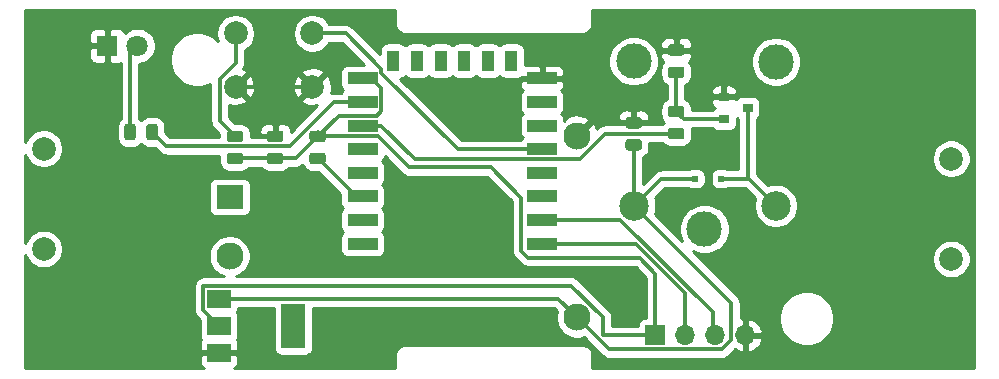
<source format=gbl>
G04 #@! TF.GenerationSoftware,KiCad,Pcbnew,5.1.12-84ad8e8a86~92~ubuntu20.04.1*
G04 #@! TF.CreationDate,2021-11-22T17:19:42+01:00*
G04 #@! TF.ProjectId,iotOnOff,696f744f-6e4f-4666-962e-6b696361645f,rev?*
G04 #@! TF.SameCoordinates,Original*
G04 #@! TF.FileFunction,Copper,L2,Bot*
G04 #@! TF.FilePolarity,Positive*
%FSLAX46Y46*%
G04 Gerber Fmt 4.6, Leading zero omitted, Abs format (unit mm)*
G04 Created by KiCad (PCBNEW 5.1.12-84ad8e8a86~92~ubuntu20.04.1) date 2021-11-22 17:19:42*
%MOMM*%
%LPD*%
G01*
G04 APERTURE LIST*
G04 #@! TA.AperFunction,SMDPad,CuDef*
%ADD10R,2.500000X1.000000*%
G04 #@! TD*
G04 #@! TA.AperFunction,SMDPad,CuDef*
%ADD11R,1.000000X1.800000*%
G04 #@! TD*
G04 #@! TA.AperFunction,ComponentPad*
%ADD12C,2.300000*%
G04 #@! TD*
G04 #@! TA.AperFunction,ComponentPad*
%ADD13R,2.300000X2.000000*%
G04 #@! TD*
G04 #@! TA.AperFunction,ComponentPad*
%ADD14C,2.000000*%
G04 #@! TD*
G04 #@! TA.AperFunction,ComponentPad*
%ADD15R,1.700000X1.700000*%
G04 #@! TD*
G04 #@! TA.AperFunction,ComponentPad*
%ADD16O,1.700000X1.700000*%
G04 #@! TD*
G04 #@! TA.AperFunction,SMDPad,CuDef*
%ADD17R,2.000000X3.800000*%
G04 #@! TD*
G04 #@! TA.AperFunction,SMDPad,CuDef*
%ADD18R,2.000000X1.500000*%
G04 #@! TD*
G04 #@! TA.AperFunction,SMDPad,CuDef*
%ADD19R,0.900000X0.800000*%
G04 #@! TD*
G04 #@! TA.AperFunction,ComponentPad*
%ADD20C,2.500000*%
G04 #@! TD*
G04 #@! TA.AperFunction,ComponentPad*
%ADD21C,3.000000*%
G04 #@! TD*
G04 #@! TA.AperFunction,ComponentPad*
%ADD22R,1.800000X1.800000*%
G04 #@! TD*
G04 #@! TA.AperFunction,ComponentPad*
%ADD23C,1.800000*%
G04 #@! TD*
G04 #@! TA.AperFunction,SMDPad,CuDef*
%ADD24R,0.500000X0.500000*%
G04 #@! TD*
G04 #@! TA.AperFunction,Conductor*
%ADD25C,0.300000*%
G04 #@! TD*
G04 #@! TA.AperFunction,Conductor*
%ADD26C,0.254000*%
G04 #@! TD*
G04 #@! TA.AperFunction,Conductor*
%ADD27C,0.100000*%
G04 #@! TD*
G04 APERTURE END LIST*
D10*
X128550000Y-99650000D03*
X128550000Y-97650000D03*
X128550000Y-95650000D03*
X128550000Y-93650000D03*
X128550000Y-91650000D03*
X128550000Y-89650000D03*
X128550000Y-87650000D03*
X128550000Y-85650000D03*
D11*
X131150000Y-84150000D03*
X133150000Y-84150000D03*
X135150000Y-84150000D03*
X137150000Y-84150000D03*
X139150000Y-84150000D03*
X141150000Y-84150000D03*
D10*
X143750000Y-85650000D03*
X143750000Y-87650000D03*
X143750000Y-89650000D03*
X143750000Y-91650000D03*
X143750000Y-93650000D03*
X143750000Y-95650000D03*
X143750000Y-97650000D03*
X143750000Y-99650000D03*
D12*
X146700000Y-105900000D03*
X117300000Y-100700000D03*
D13*
X117300000Y-95700000D03*
D12*
X146700000Y-90500000D03*
D14*
X124300000Y-81850000D03*
X124300000Y-86350000D03*
X117800000Y-81850000D03*
X117800000Y-86350000D03*
X178400000Y-92450000D03*
X178400000Y-100950000D03*
D15*
X153350000Y-107400000D03*
D16*
X155890000Y-107400000D03*
X158430000Y-107400000D03*
X160970000Y-107400000D03*
D14*
X101550000Y-100100000D03*
X101550000Y-91600000D03*
D17*
X122700000Y-106600000D03*
D18*
X116400000Y-106600000D03*
X116400000Y-104300000D03*
X116400000Y-108900000D03*
G04 #@! TA.AperFunction,SMDPad,CuDef*
G36*
G01*
X125206250Y-92925000D02*
X124293750Y-92925000D01*
G75*
G02*
X124050000Y-92681250I0J243750D01*
G01*
X124050000Y-92193750D01*
G75*
G02*
X124293750Y-91950000I243750J0D01*
G01*
X125206250Y-91950000D01*
G75*
G02*
X125450000Y-92193750I0J-243750D01*
G01*
X125450000Y-92681250D01*
G75*
G02*
X125206250Y-92925000I-243750J0D01*
G01*
G37*
G04 #@! TD.AperFunction*
G04 #@! TA.AperFunction,SMDPad,CuDef*
G36*
G01*
X125206250Y-91050000D02*
X124293750Y-91050000D01*
G75*
G02*
X124050000Y-90806250I0J243750D01*
G01*
X124050000Y-90318750D01*
G75*
G02*
X124293750Y-90075000I243750J0D01*
G01*
X125206250Y-90075000D01*
G75*
G02*
X125450000Y-90318750I0J-243750D01*
G01*
X125450000Y-90806250D01*
G75*
G02*
X125206250Y-91050000I-243750J0D01*
G01*
G37*
G04 #@! TD.AperFunction*
G04 #@! TA.AperFunction,SMDPad,CuDef*
G36*
G01*
X108375000Y-90656250D02*
X108375000Y-89743750D01*
G75*
G02*
X108618750Y-89500000I243750J0D01*
G01*
X109106250Y-89500000D01*
G75*
G02*
X109350000Y-89743750I0J-243750D01*
G01*
X109350000Y-90656250D01*
G75*
G02*
X109106250Y-90900000I-243750J0D01*
G01*
X108618750Y-90900000D01*
G75*
G02*
X108375000Y-90656250I0J243750D01*
G01*
G37*
G04 #@! TD.AperFunction*
G04 #@! TA.AperFunction,SMDPad,CuDef*
G36*
G01*
X110250000Y-90656250D02*
X110250000Y-89743750D01*
G75*
G02*
X110493750Y-89500000I243750J0D01*
G01*
X110981250Y-89500000D01*
G75*
G02*
X111225000Y-89743750I0J-243750D01*
G01*
X111225000Y-90656250D01*
G75*
G02*
X110981250Y-90900000I-243750J0D01*
G01*
X110493750Y-90900000D01*
G75*
G02*
X110250000Y-90656250I0J243750D01*
G01*
G37*
G04 #@! TD.AperFunction*
G04 #@! TA.AperFunction,SMDPad,CuDef*
G36*
G01*
X155556250Y-85625000D02*
X154643750Y-85625000D01*
G75*
G02*
X154400000Y-85381250I0J243750D01*
G01*
X154400000Y-84893750D01*
G75*
G02*
X154643750Y-84650000I243750J0D01*
G01*
X155556250Y-84650000D01*
G75*
G02*
X155800000Y-84893750I0J-243750D01*
G01*
X155800000Y-85381250D01*
G75*
G02*
X155556250Y-85625000I-243750J0D01*
G01*
G37*
G04 #@! TD.AperFunction*
G04 #@! TA.AperFunction,SMDPad,CuDef*
G36*
G01*
X155556250Y-83750000D02*
X154643750Y-83750000D01*
G75*
G02*
X154400000Y-83506250I0J243750D01*
G01*
X154400000Y-83018750D01*
G75*
G02*
X154643750Y-82775000I243750J0D01*
G01*
X155556250Y-82775000D01*
G75*
G02*
X155800000Y-83018750I0J-243750D01*
G01*
X155800000Y-83506250D01*
G75*
G02*
X155556250Y-83750000I-243750J0D01*
G01*
G37*
G04 #@! TD.AperFunction*
G04 #@! TA.AperFunction,SMDPad,CuDef*
G36*
G01*
X154643750Y-87975000D02*
X155556250Y-87975000D01*
G75*
G02*
X155800000Y-88218750I0J-243750D01*
G01*
X155800000Y-88706250D01*
G75*
G02*
X155556250Y-88950000I-243750J0D01*
G01*
X154643750Y-88950000D01*
G75*
G02*
X154400000Y-88706250I0J243750D01*
G01*
X154400000Y-88218750D01*
G75*
G02*
X154643750Y-87975000I243750J0D01*
G01*
G37*
G04 #@! TD.AperFunction*
G04 #@! TA.AperFunction,SMDPad,CuDef*
G36*
G01*
X154643750Y-89850000D02*
X155556250Y-89850000D01*
G75*
G02*
X155800000Y-90093750I0J-243750D01*
G01*
X155800000Y-90581250D01*
G75*
G02*
X155556250Y-90825000I-243750J0D01*
G01*
X154643750Y-90825000D01*
G75*
G02*
X154400000Y-90581250I0J243750D01*
G01*
X154400000Y-90093750D01*
G75*
G02*
X154643750Y-89850000I243750J0D01*
G01*
G37*
G04 #@! TD.AperFunction*
G04 #@! TA.AperFunction,SMDPad,CuDef*
G36*
G01*
X117293750Y-90075000D02*
X118206250Y-90075000D01*
G75*
G02*
X118450000Y-90318750I0J-243750D01*
G01*
X118450000Y-90806250D01*
G75*
G02*
X118206250Y-91050000I-243750J0D01*
G01*
X117293750Y-91050000D01*
G75*
G02*
X117050000Y-90806250I0J243750D01*
G01*
X117050000Y-90318750D01*
G75*
G02*
X117293750Y-90075000I243750J0D01*
G01*
G37*
G04 #@! TD.AperFunction*
G04 #@! TA.AperFunction,SMDPad,CuDef*
G36*
G01*
X117293750Y-91950000D02*
X118206250Y-91950000D01*
G75*
G02*
X118450000Y-92193750I0J-243750D01*
G01*
X118450000Y-92681250D01*
G75*
G02*
X118206250Y-92925000I-243750J0D01*
G01*
X117293750Y-92925000D01*
G75*
G02*
X117050000Y-92681250I0J243750D01*
G01*
X117050000Y-92193750D01*
G75*
G02*
X117293750Y-91950000I243750J0D01*
G01*
G37*
G04 #@! TD.AperFunction*
D19*
X159150000Y-89100000D03*
X159150000Y-87200000D03*
X161150000Y-88150000D03*
D20*
X163550000Y-96450000D03*
D21*
X163550000Y-84250000D03*
X151500000Y-84200000D03*
D20*
X151550000Y-96450000D03*
D21*
X157500000Y-98400000D03*
D22*
X106950000Y-82900000D03*
D23*
X109490000Y-82900000D03*
D24*
X156700000Y-94150000D03*
X158900000Y-94150000D03*
G04 #@! TA.AperFunction,SMDPad,CuDef*
G36*
G01*
X121606250Y-92925000D02*
X120693750Y-92925000D01*
G75*
G02*
X120450000Y-92681250I0J243750D01*
G01*
X120450000Y-92193750D01*
G75*
G02*
X120693750Y-91950000I243750J0D01*
G01*
X121606250Y-91950000D01*
G75*
G02*
X121850000Y-92193750I0J-243750D01*
G01*
X121850000Y-92681250D01*
G75*
G02*
X121606250Y-92925000I-243750J0D01*
G01*
G37*
G04 #@! TD.AperFunction*
G04 #@! TA.AperFunction,SMDPad,CuDef*
G36*
G01*
X121606250Y-91050000D02*
X120693750Y-91050000D01*
G75*
G02*
X120450000Y-90806250I0J243750D01*
G01*
X120450000Y-90318750D01*
G75*
G02*
X120693750Y-90075000I243750J0D01*
G01*
X121606250Y-90075000D01*
G75*
G02*
X121850000Y-90318750I0J-243750D01*
G01*
X121850000Y-90806250D01*
G75*
G02*
X121606250Y-91050000I-243750J0D01*
G01*
G37*
G04 #@! TD.AperFunction*
G04 #@! TA.AperFunction,SMDPad,CuDef*
G36*
G01*
X151956250Y-91775000D02*
X151043750Y-91775000D01*
G75*
G02*
X150800000Y-91531250I0J243750D01*
G01*
X150800000Y-91043750D01*
G75*
G02*
X151043750Y-90800000I243750J0D01*
G01*
X151956250Y-90800000D01*
G75*
G02*
X152200000Y-91043750I0J-243750D01*
G01*
X152200000Y-91531250D01*
G75*
G02*
X151956250Y-91775000I-243750J0D01*
G01*
G37*
G04 #@! TD.AperFunction*
G04 #@! TA.AperFunction,SMDPad,CuDef*
G36*
G01*
X151956250Y-89900000D02*
X151043750Y-89900000D01*
G75*
G02*
X150800000Y-89656250I0J243750D01*
G01*
X150800000Y-89168750D01*
G75*
G02*
X151043750Y-88925000I243750J0D01*
G01*
X151956250Y-88925000D01*
G75*
G02*
X152200000Y-89168750I0J-243750D01*
G01*
X152200000Y-89656250D01*
G75*
G02*
X151956250Y-89900000I-243750J0D01*
G01*
G37*
G04 #@! TD.AperFunction*
D25*
X124300000Y-86350000D02*
X117800000Y-86350000D01*
X145100000Y-104300000D02*
X116400000Y-104300000D01*
X146700000Y-105900000D02*
X145100000Y-104300000D01*
X151500000Y-96400000D02*
X151550000Y-96450000D01*
X151500000Y-91287500D02*
X151500000Y-96400000D01*
X153850000Y-94150000D02*
X151550000Y-96450000D01*
X156700000Y-94150000D02*
X153850000Y-94150000D01*
X149400001Y-108600001D02*
X146700000Y-105900000D01*
X159006001Y-108600001D02*
X149400001Y-108600001D01*
X159769999Y-107836003D02*
X159006001Y-108600001D01*
X159769999Y-104669999D02*
X159769999Y-107836003D01*
X151550000Y-96450000D02*
X159769999Y-104669999D01*
X122875000Y-92437500D02*
X124750000Y-90562500D01*
X121150000Y-92437500D02*
X122875000Y-92437500D01*
X121150000Y-92437500D02*
X117750000Y-92437500D01*
X124750000Y-90219998D02*
X124750000Y-90562500D01*
X153350000Y-107142880D02*
X153350000Y-107400000D01*
X153350000Y-107400000D02*
X148907120Y-107400000D01*
X115119999Y-103199999D02*
X115049999Y-103269999D01*
X146220001Y-103199999D02*
X115119999Y-103199999D01*
X115049999Y-105249999D02*
X116400000Y-106600000D01*
X148907120Y-105887118D02*
X146220001Y-103199999D01*
X115049999Y-103269999D02*
X115049999Y-105249999D01*
X148907120Y-107400000D02*
X148907120Y-105887118D01*
X128550000Y-85650000D02*
X129300000Y-85650000D01*
X126512501Y-88799999D02*
X124750000Y-90562500D01*
X129780003Y-88799999D02*
X126512501Y-88799999D01*
X130150001Y-88430001D02*
X129780003Y-88799999D01*
X130150001Y-86500001D02*
X130150001Y-88430001D01*
X129300000Y-85650000D02*
X130150001Y-86500001D01*
X129842502Y-90562500D02*
X132480002Y-93200000D01*
X124750000Y-90562500D02*
X129842502Y-90562500D01*
X132480002Y-93200000D02*
X139450000Y-93200000D01*
X139450000Y-93200000D02*
X142000000Y-95750000D01*
X142000000Y-100280002D02*
X142569998Y-100850000D01*
X142000000Y-95750000D02*
X142000000Y-100280002D01*
X142569998Y-100850000D02*
X152000000Y-100850000D01*
X153350000Y-102200000D02*
X153350000Y-107400000D01*
X152000000Y-100850000D02*
X153350000Y-102200000D01*
X161250000Y-94150000D02*
X163550000Y-96450000D01*
X158900000Y-94150000D02*
X161250000Y-94150000D01*
X161150000Y-94050000D02*
X163550000Y-96450000D01*
X161150000Y-88150000D02*
X161150000Y-94050000D01*
X108862500Y-83527500D02*
X109490000Y-82900000D01*
X108862500Y-90200000D02*
X108862500Y-83527500D01*
X150381998Y-97650000D02*
X158181998Y-105450000D01*
X143750000Y-97650000D02*
X150381998Y-97650000D01*
X158181998Y-107151998D02*
X158430000Y-107400000D01*
X158181998Y-105450000D02*
X158181998Y-107151998D01*
X143750000Y-99650000D02*
X151674878Y-99650000D01*
X155890000Y-103865122D02*
X155890000Y-107400000D01*
X151674878Y-99650000D02*
X155890000Y-103865122D01*
X155737500Y-89100000D02*
X155100000Y-88462500D01*
X159150000Y-89100000D02*
X155737500Y-89100000D01*
X155100000Y-85137500D02*
X155100000Y-88462500D01*
X116449999Y-89262499D02*
X117750000Y-90562500D01*
X116449999Y-85701999D02*
X116449999Y-89262499D01*
X117800000Y-84351998D02*
X116449999Y-85701999D01*
X117800000Y-81850000D02*
X117800000Y-84351998D01*
X127130002Y-81850000D02*
X124300000Y-81850000D01*
X130150001Y-84869999D02*
X127130002Y-81850000D01*
X130150001Y-85180003D02*
X130150001Y-84869999D01*
X136619998Y-91650000D02*
X130150001Y-85180003D01*
X143750000Y-91650000D02*
X136619998Y-91650000D01*
X130100000Y-89650000D02*
X128550000Y-89650000D01*
X132950001Y-92500001D02*
X130100000Y-89650000D01*
X146920001Y-92500001D02*
X132950001Y-92500001D01*
X149082502Y-90337500D02*
X146920001Y-92500001D01*
X155100000Y-90337500D02*
X149082502Y-90337500D01*
X128550000Y-87650000D02*
X128499999Y-87700001D01*
X126122794Y-87650000D02*
X128550000Y-87650000D01*
X122372784Y-91400010D02*
X126122794Y-87650000D01*
X111937510Y-91400010D02*
X122372784Y-91400010D01*
X110737500Y-90200000D02*
X111937510Y-91400010D01*
X127962500Y-95650000D02*
X128550000Y-95650000D01*
X124750000Y-92437500D02*
X127962500Y-95650000D01*
D26*
X131325001Y-81008972D02*
X131320960Y-81050000D01*
X131337082Y-81213689D01*
X131384828Y-81371087D01*
X131462364Y-81516146D01*
X131566709Y-81643291D01*
X131693854Y-81747636D01*
X131838913Y-81825172D01*
X131996311Y-81872918D01*
X132118981Y-81885000D01*
X132118982Y-81885000D01*
X132160000Y-81889040D01*
X132201019Y-81885000D01*
X147118982Y-81885000D01*
X147160000Y-81889040D01*
X147323689Y-81872918D01*
X147481087Y-81825172D01*
X147626146Y-81747636D01*
X147753291Y-81643291D01*
X147857636Y-81516146D01*
X147935172Y-81371087D01*
X147982918Y-81213689D01*
X147995000Y-81091019D01*
X147999040Y-81050000D01*
X147995000Y-81008981D01*
X147995000Y-79885000D01*
X180325000Y-79885000D01*
X180325001Y-110215000D01*
X147995000Y-110215000D01*
X147995000Y-109091019D01*
X147999040Y-109050000D01*
X147982918Y-108886311D01*
X147935172Y-108728913D01*
X147857636Y-108583854D01*
X147753291Y-108456709D01*
X147626146Y-108352364D01*
X147481087Y-108274828D01*
X147323689Y-108227082D01*
X147201019Y-108215000D01*
X147201018Y-108215000D01*
X147160000Y-108210960D01*
X147118981Y-108215000D01*
X132201018Y-108215000D01*
X132160000Y-108210960D01*
X132118981Y-108215000D01*
X131996311Y-108227082D01*
X131838913Y-108274828D01*
X131693854Y-108352364D01*
X131566709Y-108456709D01*
X131462364Y-108583854D01*
X131384828Y-108728913D01*
X131337082Y-108886311D01*
X131320960Y-109050000D01*
X131325000Y-109091019D01*
X131325001Y-110215000D01*
X117690019Y-110215000D01*
X117754494Y-110180537D01*
X117851185Y-110101185D01*
X117930537Y-110004494D01*
X117989502Y-109894180D01*
X118025812Y-109774482D01*
X118038072Y-109650000D01*
X118035000Y-109185750D01*
X117876250Y-109027000D01*
X116527000Y-109027000D01*
X116527000Y-109047000D01*
X116273000Y-109047000D01*
X116273000Y-109027000D01*
X114923750Y-109027000D01*
X114765000Y-109185750D01*
X114761928Y-109650000D01*
X114774188Y-109774482D01*
X114810498Y-109894180D01*
X114869463Y-110004494D01*
X114948815Y-110101185D01*
X115045506Y-110180537D01*
X115109981Y-110215000D01*
X99995000Y-110215000D01*
X99995000Y-100618359D01*
X100101082Y-100874463D01*
X100280013Y-101142252D01*
X100507748Y-101369987D01*
X100775537Y-101548918D01*
X101073088Y-101672168D01*
X101388967Y-101735000D01*
X101711033Y-101735000D01*
X102026912Y-101672168D01*
X102324463Y-101548918D01*
X102592252Y-101369987D01*
X102819987Y-101142252D01*
X102998918Y-100874463D01*
X103122168Y-100576912D01*
X103185000Y-100261033D01*
X103185000Y-99938967D01*
X103122168Y-99623088D01*
X102998918Y-99325537D01*
X102819987Y-99057748D01*
X102592252Y-98830013D01*
X102324463Y-98651082D01*
X102026912Y-98527832D01*
X101711033Y-98465000D01*
X101388967Y-98465000D01*
X101073088Y-98527832D01*
X100775537Y-98651082D01*
X100507748Y-98830013D01*
X100280013Y-99057748D01*
X100101082Y-99325537D01*
X99995000Y-99581641D01*
X99995000Y-94700000D01*
X115511928Y-94700000D01*
X115511928Y-96700000D01*
X115524188Y-96824482D01*
X115560498Y-96944180D01*
X115619463Y-97054494D01*
X115698815Y-97151185D01*
X115795506Y-97230537D01*
X115905820Y-97289502D01*
X116025518Y-97325812D01*
X116150000Y-97338072D01*
X118450000Y-97338072D01*
X118574482Y-97325812D01*
X118694180Y-97289502D01*
X118804494Y-97230537D01*
X118901185Y-97151185D01*
X118980537Y-97054494D01*
X119039502Y-96944180D01*
X119075812Y-96824482D01*
X119088072Y-96700000D01*
X119088072Y-94700000D01*
X119075812Y-94575518D01*
X119039502Y-94455820D01*
X118980537Y-94345506D01*
X118901185Y-94248815D01*
X118804494Y-94169463D01*
X118694180Y-94110498D01*
X118574482Y-94074188D01*
X118450000Y-94061928D01*
X116150000Y-94061928D01*
X116025518Y-94074188D01*
X115905820Y-94110498D01*
X115795506Y-94169463D01*
X115698815Y-94248815D01*
X115619463Y-94345506D01*
X115560498Y-94455820D01*
X115524188Y-94575518D01*
X115511928Y-94700000D01*
X99995000Y-94700000D01*
X99995000Y-92118359D01*
X100101082Y-92374463D01*
X100280013Y-92642252D01*
X100507748Y-92869987D01*
X100775537Y-93048918D01*
X101073088Y-93172168D01*
X101388967Y-93235000D01*
X101711033Y-93235000D01*
X102026912Y-93172168D01*
X102324463Y-93048918D01*
X102592252Y-92869987D01*
X102819987Y-92642252D01*
X102998918Y-92374463D01*
X103122168Y-92076912D01*
X103185000Y-91761033D01*
X103185000Y-91438967D01*
X103122168Y-91123088D01*
X102998918Y-90825537D01*
X102819987Y-90557748D01*
X102592252Y-90330013D01*
X102324463Y-90151082D01*
X102026912Y-90027832D01*
X101711033Y-89965000D01*
X101388967Y-89965000D01*
X101073088Y-90027832D01*
X100775537Y-90151082D01*
X100507748Y-90330013D01*
X100280013Y-90557748D01*
X100101082Y-90825537D01*
X99995000Y-91081641D01*
X99995000Y-83800000D01*
X105411928Y-83800000D01*
X105424188Y-83924482D01*
X105460498Y-84044180D01*
X105519463Y-84154494D01*
X105598815Y-84251185D01*
X105695506Y-84330537D01*
X105805820Y-84389502D01*
X105925518Y-84425812D01*
X106050000Y-84438072D01*
X106664250Y-84435000D01*
X106823000Y-84276250D01*
X106823000Y-83027000D01*
X105573750Y-83027000D01*
X105415000Y-83185750D01*
X105411928Y-83800000D01*
X99995000Y-83800000D01*
X99995000Y-82000000D01*
X105411928Y-82000000D01*
X105415000Y-82614250D01*
X105573750Y-82773000D01*
X106823000Y-82773000D01*
X106823000Y-81523750D01*
X107077000Y-81523750D01*
X107077000Y-82773000D01*
X107097000Y-82773000D01*
X107097000Y-83027000D01*
X107077000Y-83027000D01*
X107077000Y-84276250D01*
X107235750Y-84435000D01*
X107850000Y-84438072D01*
X107974482Y-84425812D01*
X108077501Y-84394562D01*
X108077500Y-89052672D01*
X107995208Y-89120208D01*
X107885542Y-89253836D01*
X107804053Y-89406291D01*
X107753872Y-89571715D01*
X107736928Y-89743750D01*
X107736928Y-90656250D01*
X107753872Y-90828285D01*
X107804053Y-90993709D01*
X107885542Y-91146164D01*
X107995208Y-91279792D01*
X108128836Y-91389458D01*
X108281291Y-91470947D01*
X108446715Y-91521128D01*
X108618750Y-91538072D01*
X109106250Y-91538072D01*
X109278285Y-91521128D01*
X109443709Y-91470947D01*
X109596164Y-91389458D01*
X109729792Y-91279792D01*
X109800000Y-91194244D01*
X109870208Y-91279792D01*
X110003836Y-91389458D01*
X110156291Y-91470947D01*
X110321715Y-91521128D01*
X110493750Y-91538072D01*
X110965414Y-91538072D01*
X111355168Y-91927825D01*
X111379746Y-91957774D01*
X111409694Y-91982352D01*
X111409697Y-91982355D01*
X111430306Y-91999268D01*
X111499277Y-92055872D01*
X111635650Y-92128764D01*
X111749182Y-92163204D01*
X111783622Y-92173651D01*
X111798000Y-92175067D01*
X111898949Y-92185010D01*
X111898956Y-92185010D01*
X111937509Y-92188807D01*
X111976062Y-92185010D01*
X116412789Y-92185010D01*
X116411928Y-92193750D01*
X116411928Y-92681250D01*
X116428872Y-92853285D01*
X116479053Y-93018709D01*
X116560542Y-93171164D01*
X116670208Y-93304792D01*
X116803836Y-93414458D01*
X116956291Y-93495947D01*
X117121715Y-93546128D01*
X117293750Y-93563072D01*
X118206250Y-93563072D01*
X118378285Y-93546128D01*
X118543709Y-93495947D01*
X118696164Y-93414458D01*
X118829792Y-93304792D01*
X118897328Y-93222500D01*
X120002672Y-93222500D01*
X120070208Y-93304792D01*
X120203836Y-93414458D01*
X120356291Y-93495947D01*
X120521715Y-93546128D01*
X120693750Y-93563072D01*
X121606250Y-93563072D01*
X121778285Y-93546128D01*
X121943709Y-93495947D01*
X122096164Y-93414458D01*
X122229792Y-93304792D01*
X122297328Y-93222500D01*
X122836447Y-93222500D01*
X122875000Y-93226297D01*
X122913553Y-93222500D01*
X122913561Y-93222500D01*
X123028887Y-93211141D01*
X123176860Y-93166254D01*
X123313233Y-93093362D01*
X123432764Y-92995264D01*
X123457347Y-92965310D01*
X123461573Y-92961084D01*
X123479053Y-93018709D01*
X123560542Y-93171164D01*
X123670208Y-93304792D01*
X123803836Y-93414458D01*
X123956291Y-93495947D01*
X124121715Y-93546128D01*
X124293750Y-93563072D01*
X124765415Y-93563072D01*
X126661928Y-95459586D01*
X126661928Y-96150000D01*
X126674188Y-96274482D01*
X126710498Y-96394180D01*
X126769463Y-96504494D01*
X126848815Y-96601185D01*
X126908296Y-96650000D01*
X126848815Y-96698815D01*
X126769463Y-96795506D01*
X126710498Y-96905820D01*
X126674188Y-97025518D01*
X126661928Y-97150000D01*
X126661928Y-98150000D01*
X126674188Y-98274482D01*
X126710498Y-98394180D01*
X126769463Y-98504494D01*
X126848815Y-98601185D01*
X126908296Y-98650000D01*
X126848815Y-98698815D01*
X126769463Y-98795506D01*
X126710498Y-98905820D01*
X126674188Y-99025518D01*
X126661928Y-99150000D01*
X126661928Y-100150000D01*
X126674188Y-100274482D01*
X126710498Y-100394180D01*
X126769463Y-100504494D01*
X126848815Y-100601185D01*
X126945506Y-100680537D01*
X127055820Y-100739502D01*
X127175518Y-100775812D01*
X127300000Y-100788072D01*
X129800000Y-100788072D01*
X129924482Y-100775812D01*
X130044180Y-100739502D01*
X130154494Y-100680537D01*
X130251185Y-100601185D01*
X130330537Y-100504494D01*
X130389502Y-100394180D01*
X130425812Y-100274482D01*
X130438072Y-100150000D01*
X130438072Y-99150000D01*
X130425812Y-99025518D01*
X130389502Y-98905820D01*
X130330537Y-98795506D01*
X130251185Y-98698815D01*
X130191704Y-98650000D01*
X130251185Y-98601185D01*
X130330537Y-98504494D01*
X130389502Y-98394180D01*
X130425812Y-98274482D01*
X130438072Y-98150000D01*
X130438072Y-97150000D01*
X130425812Y-97025518D01*
X130389502Y-96905820D01*
X130330537Y-96795506D01*
X130251185Y-96698815D01*
X130191704Y-96650000D01*
X130251185Y-96601185D01*
X130330537Y-96504494D01*
X130389502Y-96394180D01*
X130425812Y-96274482D01*
X130438072Y-96150000D01*
X130438072Y-95150000D01*
X130425812Y-95025518D01*
X130389502Y-94905820D01*
X130330537Y-94795506D01*
X130251185Y-94698815D01*
X130191704Y-94650000D01*
X130251185Y-94601185D01*
X130330537Y-94504494D01*
X130389502Y-94394180D01*
X130425812Y-94274482D01*
X130438072Y-94150000D01*
X130438072Y-93150000D01*
X130425812Y-93025518D01*
X130389502Y-92905820D01*
X130330537Y-92795506D01*
X130251185Y-92698815D01*
X130191704Y-92650000D01*
X130251185Y-92601185D01*
X130330537Y-92504494D01*
X130389502Y-92394180D01*
X130425812Y-92274482D01*
X130427472Y-92257627D01*
X131897660Y-93727816D01*
X131922238Y-93757764D01*
X131952186Y-93782342D01*
X131952189Y-93782345D01*
X131981561Y-93806450D01*
X132041769Y-93855862D01*
X132178142Y-93928754D01*
X132291674Y-93963194D01*
X132326114Y-93973641D01*
X132340492Y-93975057D01*
X132441441Y-93985000D01*
X132441448Y-93985000D01*
X132480001Y-93988797D01*
X132518554Y-93985000D01*
X139124843Y-93985000D01*
X141215000Y-96075157D01*
X141215001Y-100241439D01*
X141211203Y-100280002D01*
X141226359Y-100433888D01*
X141271246Y-100581861D01*
X141271247Y-100581862D01*
X141344139Y-100718235D01*
X141361593Y-100739502D01*
X141417655Y-100807814D01*
X141417659Y-100807818D01*
X141442237Y-100837766D01*
X141472185Y-100862344D01*
X141987655Y-101377815D01*
X142012234Y-101407764D01*
X142042182Y-101432342D01*
X142042185Y-101432345D01*
X142071557Y-101456450D01*
X142131765Y-101505862D01*
X142268138Y-101578754D01*
X142416111Y-101623642D01*
X142491024Y-101631020D01*
X142531437Y-101635000D01*
X142531442Y-101635000D01*
X142569998Y-101638797D01*
X142608554Y-101635000D01*
X151674843Y-101635000D01*
X152565000Y-102525158D01*
X152565001Y-105911928D01*
X152500000Y-105911928D01*
X152375518Y-105924188D01*
X152255820Y-105960498D01*
X152145506Y-106019463D01*
X152048815Y-106098815D01*
X151969463Y-106195506D01*
X151910498Y-106305820D01*
X151874188Y-106425518D01*
X151861928Y-106550000D01*
X151861928Y-106615000D01*
X149692120Y-106615000D01*
X149692120Y-105925670D01*
X149695917Y-105887117D01*
X149692120Y-105848564D01*
X149692120Y-105848557D01*
X149680761Y-105733231D01*
X149678422Y-105725518D01*
X149635874Y-105585258D01*
X149618022Y-105551859D01*
X149562982Y-105448885D01*
X149505903Y-105379335D01*
X149489465Y-105359305D01*
X149489462Y-105359302D01*
X149464884Y-105329354D01*
X149434936Y-105304776D01*
X146802348Y-102672189D01*
X146777765Y-102642235D01*
X146658234Y-102544137D01*
X146521861Y-102471245D01*
X146373888Y-102426358D01*
X146258562Y-102414999D01*
X146258554Y-102414999D01*
X146220001Y-102411202D01*
X146181448Y-102414999D01*
X117824057Y-102414999D01*
X118145515Y-102281847D01*
X118437871Y-102086500D01*
X118686500Y-101837871D01*
X118881847Y-101545515D01*
X119016404Y-101220665D01*
X119085000Y-100875807D01*
X119085000Y-100524193D01*
X119016404Y-100179335D01*
X118881847Y-99854485D01*
X118686500Y-99562129D01*
X118437871Y-99313500D01*
X118145515Y-99118153D01*
X117820665Y-98983596D01*
X117475807Y-98915000D01*
X117124193Y-98915000D01*
X116779335Y-98983596D01*
X116454485Y-99118153D01*
X116162129Y-99313500D01*
X115913500Y-99562129D01*
X115718153Y-99854485D01*
X115583596Y-100179335D01*
X115515000Y-100524193D01*
X115515000Y-100875807D01*
X115583596Y-101220665D01*
X115718153Y-101545515D01*
X115913500Y-101837871D01*
X116162129Y-102086500D01*
X116454485Y-102281847D01*
X116775943Y-102414999D01*
X115158554Y-102414999D01*
X115119999Y-102411202D01*
X115081444Y-102414999D01*
X115081438Y-102414999D01*
X115037048Y-102419371D01*
X114966113Y-102426357D01*
X114863027Y-102457628D01*
X114818139Y-102471245D01*
X114681766Y-102544137D01*
X114562235Y-102642235D01*
X114537652Y-102672189D01*
X114522189Y-102687652D01*
X114492235Y-102712235D01*
X114394137Y-102831767D01*
X114321245Y-102968140D01*
X114276358Y-103116113D01*
X114264999Y-103231439D01*
X114264999Y-103231446D01*
X114261202Y-103269999D01*
X114264999Y-103308552D01*
X114265000Y-105211436D01*
X114261202Y-105249999D01*
X114276358Y-105403885D01*
X114321245Y-105551858D01*
X114339098Y-105585258D01*
X114394138Y-105688232D01*
X114431068Y-105733231D01*
X114467654Y-105777811D01*
X114467658Y-105777815D01*
X114492236Y-105807763D01*
X114522184Y-105832341D01*
X114761928Y-106072085D01*
X114761928Y-107350000D01*
X114774188Y-107474482D01*
X114810498Y-107594180D01*
X114869463Y-107704494D01*
X114906809Y-107750000D01*
X114869463Y-107795506D01*
X114810498Y-107905820D01*
X114774188Y-108025518D01*
X114761928Y-108150000D01*
X114765000Y-108614250D01*
X114923750Y-108773000D01*
X116273000Y-108773000D01*
X116273000Y-108753000D01*
X116527000Y-108753000D01*
X116527000Y-108773000D01*
X117876250Y-108773000D01*
X118035000Y-108614250D01*
X118038072Y-108150000D01*
X118025812Y-108025518D01*
X117989502Y-107905820D01*
X117930537Y-107795506D01*
X117893191Y-107750000D01*
X117930537Y-107704494D01*
X117989502Y-107594180D01*
X118025812Y-107474482D01*
X118038072Y-107350000D01*
X118038072Y-105850000D01*
X118025812Y-105725518D01*
X117989502Y-105605820D01*
X117930537Y-105495506D01*
X117893191Y-105450000D01*
X117930537Y-105404494D01*
X117989502Y-105294180D01*
X118025812Y-105174482D01*
X118034625Y-105085000D01*
X121061928Y-105085000D01*
X121061928Y-108500000D01*
X121074188Y-108624482D01*
X121110498Y-108744180D01*
X121169463Y-108854494D01*
X121248815Y-108951185D01*
X121345506Y-109030537D01*
X121455820Y-109089502D01*
X121575518Y-109125812D01*
X121700000Y-109138072D01*
X123700000Y-109138072D01*
X123824482Y-109125812D01*
X123944180Y-109089502D01*
X124054494Y-109030537D01*
X124151185Y-108951185D01*
X124230537Y-108854494D01*
X124289502Y-108744180D01*
X124325812Y-108624482D01*
X124338072Y-108500000D01*
X124338072Y-105085000D01*
X144774843Y-105085000D01*
X145008662Y-105318819D01*
X144983596Y-105379335D01*
X144915000Y-105724193D01*
X144915000Y-106075807D01*
X144983596Y-106420665D01*
X145118153Y-106745515D01*
X145313500Y-107037871D01*
X145562129Y-107286500D01*
X145854485Y-107481847D01*
X146179335Y-107616404D01*
X146524193Y-107685000D01*
X146875807Y-107685000D01*
X147220665Y-107616404D01*
X147281180Y-107591338D01*
X148817659Y-109127817D01*
X148842237Y-109157765D01*
X148872185Y-109182343D01*
X148872188Y-109182346D01*
X148876336Y-109185750D01*
X148961768Y-109255863D01*
X149098141Y-109328755D01*
X149246114Y-109373642D01*
X149361440Y-109385001D01*
X149361447Y-109385001D01*
X149400000Y-109388798D01*
X149438553Y-109385001D01*
X158967448Y-109385001D01*
X159006001Y-109388798D01*
X159044554Y-109385001D01*
X159044562Y-109385001D01*
X159159888Y-109373642D01*
X159307861Y-109328755D01*
X159444234Y-109255863D01*
X159563765Y-109157765D01*
X159588348Y-109127812D01*
X160112260Y-108603899D01*
X160203080Y-108671641D01*
X160465901Y-108796825D01*
X160613110Y-108841476D01*
X160843000Y-108720155D01*
X160843000Y-107527000D01*
X161097000Y-107527000D01*
X161097000Y-108720155D01*
X161326890Y-108841476D01*
X161474099Y-108796825D01*
X161736920Y-108671641D01*
X161970269Y-108497588D01*
X162165178Y-108281355D01*
X162314157Y-108031252D01*
X162411481Y-107756891D01*
X162290814Y-107527000D01*
X161097000Y-107527000D01*
X160843000Y-107527000D01*
X160823000Y-107527000D01*
X160823000Y-107273000D01*
X160843000Y-107273000D01*
X160843000Y-106079845D01*
X161097000Y-106079845D01*
X161097000Y-107273000D01*
X162290814Y-107273000D01*
X162411481Y-107043109D01*
X162314157Y-106768748D01*
X162165178Y-106518645D01*
X161970269Y-106302412D01*
X161736920Y-106128359D01*
X161474099Y-106003175D01*
X161326890Y-105958524D01*
X161097000Y-106079845D01*
X160843000Y-106079845D01*
X160613110Y-105958524D01*
X160554999Y-105976150D01*
X160554999Y-105759170D01*
X163816340Y-105759170D01*
X163816340Y-106220830D01*
X163906406Y-106673620D01*
X164083075Y-107100139D01*
X164339560Y-107483996D01*
X164666004Y-107810440D01*
X165049861Y-108066925D01*
X165476380Y-108243594D01*
X165929170Y-108333660D01*
X166390830Y-108333660D01*
X166843620Y-108243594D01*
X167270139Y-108066925D01*
X167653996Y-107810440D01*
X167980440Y-107483996D01*
X168236925Y-107100139D01*
X168413594Y-106673620D01*
X168503660Y-106220830D01*
X168503660Y-105759170D01*
X168413594Y-105306380D01*
X168236925Y-104879861D01*
X167980440Y-104496004D01*
X167653996Y-104169560D01*
X167270139Y-103913075D01*
X166843620Y-103736406D01*
X166390830Y-103646340D01*
X165929170Y-103646340D01*
X165476380Y-103736406D01*
X165049861Y-103913075D01*
X164666004Y-104169560D01*
X164339560Y-104496004D01*
X164083075Y-104879861D01*
X163906406Y-105306380D01*
X163816340Y-105759170D01*
X160554999Y-105759170D01*
X160554999Y-104708551D01*
X160558796Y-104669998D01*
X160554999Y-104631445D01*
X160554999Y-104631438D01*
X160543640Y-104516112D01*
X160498753Y-104368139D01*
X160425861Y-104231766D01*
X160374809Y-104169560D01*
X160352344Y-104142186D01*
X160352341Y-104142183D01*
X160327763Y-104112235D01*
X160297816Y-104087658D01*
X156999125Y-100788967D01*
X176765000Y-100788967D01*
X176765000Y-101111033D01*
X176827832Y-101426912D01*
X176951082Y-101724463D01*
X177130013Y-101992252D01*
X177357748Y-102219987D01*
X177625537Y-102398918D01*
X177923088Y-102522168D01*
X178238967Y-102585000D01*
X178561033Y-102585000D01*
X178876912Y-102522168D01*
X179174463Y-102398918D01*
X179442252Y-102219987D01*
X179669987Y-101992252D01*
X179848918Y-101724463D01*
X179972168Y-101426912D01*
X180035000Y-101111033D01*
X180035000Y-100788967D01*
X179972168Y-100473088D01*
X179848918Y-100175537D01*
X179669987Y-99907748D01*
X179442252Y-99680013D01*
X179174463Y-99501082D01*
X178876912Y-99377832D01*
X178561033Y-99315000D01*
X178238967Y-99315000D01*
X177923088Y-99377832D01*
X177625537Y-99501082D01*
X177357748Y-99680013D01*
X177130013Y-99907748D01*
X176951082Y-100175537D01*
X176827832Y-100473088D01*
X176765000Y-100788967D01*
X156999125Y-100788967D01*
X156511695Y-100301538D01*
X156877244Y-100452953D01*
X157289721Y-100535000D01*
X157710279Y-100535000D01*
X158122756Y-100452953D01*
X158511302Y-100292012D01*
X158860983Y-100058363D01*
X159158363Y-99760983D01*
X159392012Y-99411302D01*
X159552953Y-99022756D01*
X159635000Y-98610279D01*
X159635000Y-98189721D01*
X159552953Y-97777244D01*
X159392012Y-97388698D01*
X159158363Y-97039017D01*
X158860983Y-96741637D01*
X158511302Y-96507988D01*
X158122756Y-96347047D01*
X157710279Y-96265000D01*
X157289721Y-96265000D01*
X156877244Y-96347047D01*
X156488698Y-96507988D01*
X156139017Y-96741637D01*
X155841637Y-97039017D01*
X155607988Y-97388698D01*
X155447047Y-97777244D01*
X155365000Y-98189721D01*
X155365000Y-98610279D01*
X155447047Y-99022756D01*
X155598462Y-99388305D01*
X153317874Y-97107717D01*
X153362561Y-96999834D01*
X153435000Y-96635656D01*
X153435000Y-96264344D01*
X153362561Y-95900166D01*
X153317874Y-95792283D01*
X154175158Y-94935000D01*
X156103856Y-94935000D01*
X156205820Y-94989502D01*
X156325518Y-95025812D01*
X156450000Y-95038072D01*
X156950000Y-95038072D01*
X157074482Y-95025812D01*
X157194180Y-94989502D01*
X157304494Y-94930537D01*
X157401185Y-94851185D01*
X157480537Y-94754494D01*
X157539502Y-94644180D01*
X157575812Y-94524482D01*
X157588072Y-94400000D01*
X157588072Y-93900000D01*
X157575812Y-93775518D01*
X157539502Y-93655820D01*
X157480537Y-93545506D01*
X157401185Y-93448815D01*
X157304494Y-93369463D01*
X157194180Y-93310498D01*
X157074482Y-93274188D01*
X156950000Y-93261928D01*
X156450000Y-93261928D01*
X156325518Y-93274188D01*
X156205820Y-93310498D01*
X156103856Y-93365000D01*
X153888552Y-93365000D01*
X153849999Y-93361203D01*
X153811446Y-93365000D01*
X153811439Y-93365000D01*
X153710490Y-93374943D01*
X153696112Y-93376359D01*
X153570517Y-93414458D01*
X153548140Y-93421246D01*
X153411767Y-93494138D01*
X153351559Y-93543550D01*
X153322187Y-93567655D01*
X153322184Y-93567658D01*
X153292236Y-93592236D01*
X153267658Y-93622184D01*
X152285000Y-94604842D01*
X152285000Y-92348589D01*
X152293709Y-92345947D01*
X152446164Y-92264458D01*
X152579792Y-92154792D01*
X152689458Y-92021164D01*
X152770947Y-91868709D01*
X152821128Y-91703285D01*
X152838072Y-91531250D01*
X152838072Y-91122500D01*
X153952672Y-91122500D01*
X154020208Y-91204792D01*
X154153836Y-91314458D01*
X154306291Y-91395947D01*
X154471715Y-91446128D01*
X154643750Y-91463072D01*
X155556250Y-91463072D01*
X155728285Y-91446128D01*
X155893709Y-91395947D01*
X156046164Y-91314458D01*
X156179792Y-91204792D01*
X156289458Y-91071164D01*
X156370947Y-90918709D01*
X156421128Y-90753285D01*
X156438072Y-90581250D01*
X156438072Y-90093750D01*
X156421128Y-89921715D01*
X156409991Y-89885000D01*
X158194499Y-89885000D01*
X158248815Y-89951185D01*
X158345506Y-90030537D01*
X158455820Y-90089502D01*
X158575518Y-90125812D01*
X158700000Y-90138072D01*
X159600000Y-90138072D01*
X159724482Y-90125812D01*
X159844180Y-90089502D01*
X159954494Y-90030537D01*
X160051185Y-89951185D01*
X160130537Y-89854494D01*
X160189502Y-89744180D01*
X160225812Y-89624482D01*
X160238072Y-89500000D01*
X160238072Y-88988095D01*
X160248815Y-89001185D01*
X160345506Y-89080537D01*
X160365000Y-89090957D01*
X160365001Y-93365000D01*
X159496144Y-93365000D01*
X159394180Y-93310498D01*
X159274482Y-93274188D01*
X159150000Y-93261928D01*
X158650000Y-93261928D01*
X158525518Y-93274188D01*
X158405820Y-93310498D01*
X158295506Y-93369463D01*
X158198815Y-93448815D01*
X158119463Y-93545506D01*
X158060498Y-93655820D01*
X158024188Y-93775518D01*
X158011928Y-93900000D01*
X158011928Y-94400000D01*
X158024188Y-94524482D01*
X158060498Y-94644180D01*
X158119463Y-94754494D01*
X158198815Y-94851185D01*
X158295506Y-94930537D01*
X158405820Y-94989502D01*
X158525518Y-95025812D01*
X158650000Y-95038072D01*
X159150000Y-95038072D01*
X159274482Y-95025812D01*
X159394180Y-94989502D01*
X159496144Y-94935000D01*
X160924843Y-94935000D01*
X161782126Y-95792283D01*
X161737439Y-95900166D01*
X161665000Y-96264344D01*
X161665000Y-96635656D01*
X161737439Y-96999834D01*
X161879534Y-97342882D01*
X162085825Y-97651618D01*
X162348382Y-97914175D01*
X162657118Y-98120466D01*
X163000166Y-98262561D01*
X163364344Y-98335000D01*
X163735656Y-98335000D01*
X164099834Y-98262561D01*
X164442882Y-98120466D01*
X164751618Y-97914175D01*
X165014175Y-97651618D01*
X165220466Y-97342882D01*
X165362561Y-96999834D01*
X165435000Y-96635656D01*
X165435000Y-96264344D01*
X165362561Y-95900166D01*
X165220466Y-95557118D01*
X165014175Y-95248382D01*
X164751618Y-94985825D01*
X164442882Y-94779534D01*
X164099834Y-94637439D01*
X163735656Y-94565000D01*
X163364344Y-94565000D01*
X163000166Y-94637439D01*
X162892283Y-94682126D01*
X161935000Y-93724843D01*
X161935000Y-92288967D01*
X176765000Y-92288967D01*
X176765000Y-92611033D01*
X176827832Y-92926912D01*
X176951082Y-93224463D01*
X177130013Y-93492252D01*
X177357748Y-93719987D01*
X177625537Y-93898918D01*
X177923088Y-94022168D01*
X178238967Y-94085000D01*
X178561033Y-94085000D01*
X178876912Y-94022168D01*
X179174463Y-93898918D01*
X179442252Y-93719987D01*
X179669987Y-93492252D01*
X179848918Y-93224463D01*
X179972168Y-92926912D01*
X180035000Y-92611033D01*
X180035000Y-92288967D01*
X179972168Y-91973088D01*
X179848918Y-91675537D01*
X179669987Y-91407748D01*
X179442252Y-91180013D01*
X179174463Y-91001082D01*
X178876912Y-90877832D01*
X178561033Y-90815000D01*
X178238967Y-90815000D01*
X177923088Y-90877832D01*
X177625537Y-91001082D01*
X177357748Y-91180013D01*
X177130013Y-91407748D01*
X176951082Y-91675537D01*
X176827832Y-91973088D01*
X176765000Y-92288967D01*
X161935000Y-92288967D01*
X161935000Y-89090957D01*
X161954494Y-89080537D01*
X162051185Y-89001185D01*
X162130537Y-88904494D01*
X162189502Y-88794180D01*
X162225812Y-88674482D01*
X162238072Y-88550000D01*
X162238072Y-87750000D01*
X162225812Y-87625518D01*
X162189502Y-87505820D01*
X162130537Y-87395506D01*
X162051185Y-87298815D01*
X161954494Y-87219463D01*
X161844180Y-87160498D01*
X161724482Y-87124188D01*
X161600000Y-87111928D01*
X160700000Y-87111928D01*
X160575518Y-87124188D01*
X160455820Y-87160498D01*
X160345506Y-87219463D01*
X160248815Y-87298815D01*
X160169463Y-87395506D01*
X160160857Y-87411607D01*
X160076250Y-87327000D01*
X159277000Y-87327000D01*
X159277000Y-87347000D01*
X159023000Y-87347000D01*
X159023000Y-87327000D01*
X158223750Y-87327000D01*
X158065000Y-87485750D01*
X158061928Y-87600000D01*
X158074188Y-87724482D01*
X158110498Y-87844180D01*
X158169463Y-87954494D01*
X158248815Y-88051185D01*
X158345506Y-88130537D01*
X158381918Y-88150000D01*
X158345506Y-88169463D01*
X158248815Y-88248815D01*
X158194499Y-88315000D01*
X156438072Y-88315000D01*
X156438072Y-88218750D01*
X156421128Y-88046715D01*
X156370947Y-87881291D01*
X156289458Y-87728836D01*
X156179792Y-87595208D01*
X156046164Y-87485542D01*
X155893709Y-87404053D01*
X155885000Y-87401411D01*
X155885000Y-86800000D01*
X158061928Y-86800000D01*
X158065000Y-86914250D01*
X158223750Y-87073000D01*
X159023000Y-87073000D01*
X159023000Y-86323750D01*
X159277000Y-86323750D01*
X159277000Y-87073000D01*
X160076250Y-87073000D01*
X160235000Y-86914250D01*
X160238072Y-86800000D01*
X160225812Y-86675518D01*
X160189502Y-86555820D01*
X160130537Y-86445506D01*
X160051185Y-86348815D01*
X159954494Y-86269463D01*
X159844180Y-86210498D01*
X159724482Y-86174188D01*
X159600000Y-86161928D01*
X159435750Y-86165000D01*
X159277000Y-86323750D01*
X159023000Y-86323750D01*
X158864250Y-86165000D01*
X158700000Y-86161928D01*
X158575518Y-86174188D01*
X158455820Y-86210498D01*
X158345506Y-86269463D01*
X158248815Y-86348815D01*
X158169463Y-86445506D01*
X158110498Y-86555820D01*
X158074188Y-86675518D01*
X158061928Y-86800000D01*
X155885000Y-86800000D01*
X155885000Y-86198589D01*
X155893709Y-86195947D01*
X156046164Y-86114458D01*
X156179792Y-86004792D01*
X156289458Y-85871164D01*
X156370947Y-85718709D01*
X156421128Y-85553285D01*
X156438072Y-85381250D01*
X156438072Y-84893750D01*
X156421128Y-84721715D01*
X156370947Y-84556291D01*
X156289458Y-84403836D01*
X156179792Y-84270208D01*
X156173436Y-84264992D01*
X156251185Y-84201185D01*
X156330537Y-84104494D01*
X156365159Y-84039721D01*
X161415000Y-84039721D01*
X161415000Y-84460279D01*
X161497047Y-84872756D01*
X161657988Y-85261302D01*
X161891637Y-85610983D01*
X162189017Y-85908363D01*
X162538698Y-86142012D01*
X162927244Y-86302953D01*
X163339721Y-86385000D01*
X163760279Y-86385000D01*
X164172756Y-86302953D01*
X164561302Y-86142012D01*
X164910983Y-85908363D01*
X165208363Y-85610983D01*
X165442012Y-85261302D01*
X165602953Y-84872756D01*
X165685000Y-84460279D01*
X165685000Y-84039721D01*
X165602953Y-83627244D01*
X165442012Y-83238698D01*
X165208363Y-82889017D01*
X164910983Y-82591637D01*
X164561302Y-82357988D01*
X164172756Y-82197047D01*
X163760279Y-82115000D01*
X163339721Y-82115000D01*
X162927244Y-82197047D01*
X162538698Y-82357988D01*
X162189017Y-82591637D01*
X161891637Y-82889017D01*
X161657988Y-83238698D01*
X161497047Y-83627244D01*
X161415000Y-84039721D01*
X156365159Y-84039721D01*
X156389502Y-83994180D01*
X156425812Y-83874482D01*
X156438072Y-83750000D01*
X156435000Y-83548250D01*
X156276250Y-83389500D01*
X155227000Y-83389500D01*
X155227000Y-83409500D01*
X154973000Y-83409500D01*
X154973000Y-83389500D01*
X153923750Y-83389500D01*
X153765000Y-83548250D01*
X153761928Y-83750000D01*
X153774188Y-83874482D01*
X153810498Y-83994180D01*
X153869463Y-84104494D01*
X153948815Y-84201185D01*
X154026564Y-84264992D01*
X154020208Y-84270208D01*
X153910542Y-84403836D01*
X153829053Y-84556291D01*
X153778872Y-84721715D01*
X153761928Y-84893750D01*
X153761928Y-85381250D01*
X153778872Y-85553285D01*
X153829053Y-85718709D01*
X153910542Y-85871164D01*
X154020208Y-86004792D01*
X154153836Y-86114458D01*
X154306291Y-86195947D01*
X154315000Y-86198589D01*
X154315001Y-87401411D01*
X154306291Y-87404053D01*
X154153836Y-87485542D01*
X154020208Y-87595208D01*
X153910542Y-87728836D01*
X153829053Y-87881291D01*
X153778872Y-88046715D01*
X153761928Y-88218750D01*
X153761928Y-88706250D01*
X153778872Y-88878285D01*
X153829053Y-89043709D01*
X153910542Y-89196164D01*
X154020208Y-89329792D01*
X154105756Y-89400000D01*
X154020208Y-89470208D01*
X153952672Y-89552500D01*
X152689250Y-89552500D01*
X152676250Y-89539500D01*
X151627000Y-89539500D01*
X151627000Y-89552500D01*
X151373000Y-89552500D01*
X151373000Y-89539500D01*
X150323750Y-89539500D01*
X150310750Y-89552500D01*
X149121054Y-89552500D01*
X149082501Y-89548703D01*
X149043948Y-89552500D01*
X149043941Y-89552500D01*
X148942992Y-89562443D01*
X148928614Y-89563859D01*
X148904652Y-89571128D01*
X148780642Y-89608746D01*
X148644269Y-89681638D01*
X148596909Y-89720506D01*
X148554689Y-89755155D01*
X148554686Y-89755158D01*
X148524738Y-89779736D01*
X148500160Y-89809684D01*
X148388589Y-89921256D01*
X148334594Y-89761600D01*
X148222090Y-89551118D01*
X147942349Y-89437256D01*
X146879605Y-90500000D01*
X146893748Y-90514143D01*
X146714143Y-90693748D01*
X146700000Y-90679605D01*
X146685858Y-90693748D01*
X146506253Y-90514143D01*
X146520395Y-90500000D01*
X146506253Y-90485858D01*
X146685858Y-90306253D01*
X146700000Y-90320395D01*
X147762744Y-89257651D01*
X147648882Y-88977910D01*
X147541896Y-88925000D01*
X150161928Y-88925000D01*
X150165000Y-89126750D01*
X150323750Y-89285500D01*
X151373000Y-89285500D01*
X151373000Y-88448750D01*
X151627000Y-88448750D01*
X151627000Y-89285500D01*
X152676250Y-89285500D01*
X152835000Y-89126750D01*
X152838072Y-88925000D01*
X152825812Y-88800518D01*
X152789502Y-88680820D01*
X152730537Y-88570506D01*
X152651185Y-88473815D01*
X152554494Y-88394463D01*
X152444180Y-88335498D01*
X152324482Y-88299188D01*
X152200000Y-88286928D01*
X151785750Y-88290000D01*
X151627000Y-88448750D01*
X151373000Y-88448750D01*
X151214250Y-88290000D01*
X150800000Y-88286928D01*
X150675518Y-88299188D01*
X150555820Y-88335498D01*
X150445506Y-88394463D01*
X150348815Y-88473815D01*
X150269463Y-88570506D01*
X150210498Y-88680820D01*
X150174188Y-88800518D01*
X150161928Y-88925000D01*
X147541896Y-88925000D01*
X147333704Y-88822039D01*
X146994174Y-88730651D01*
X146643339Y-88707259D01*
X146294681Y-88752760D01*
X145961600Y-88865406D01*
X145751118Y-88977910D01*
X145638072Y-89255646D01*
X145638072Y-89150000D01*
X145625812Y-89025518D01*
X145589502Y-88905820D01*
X145530537Y-88795506D01*
X145451185Y-88698815D01*
X145391704Y-88650000D01*
X145451185Y-88601185D01*
X145530537Y-88504494D01*
X145589502Y-88394180D01*
X145625812Y-88274482D01*
X145638072Y-88150000D01*
X145638072Y-87150000D01*
X145625812Y-87025518D01*
X145589502Y-86905820D01*
X145530537Y-86795506D01*
X145451185Y-86698815D01*
X145391704Y-86650000D01*
X145451185Y-86601185D01*
X145530537Y-86504494D01*
X145589502Y-86394180D01*
X145625812Y-86274482D01*
X145638072Y-86150000D01*
X145635000Y-85935750D01*
X145476250Y-85777000D01*
X143877000Y-85777000D01*
X143877000Y-85797000D01*
X143623000Y-85797000D01*
X143623000Y-85777000D01*
X142023750Y-85777000D01*
X141865000Y-85935750D01*
X141861928Y-86150000D01*
X141874188Y-86274482D01*
X141910498Y-86394180D01*
X141969463Y-86504494D01*
X142048815Y-86601185D01*
X142108296Y-86650000D01*
X142048815Y-86698815D01*
X141969463Y-86795506D01*
X141910498Y-86905820D01*
X141874188Y-87025518D01*
X141861928Y-87150000D01*
X141861928Y-88150000D01*
X141874188Y-88274482D01*
X141910498Y-88394180D01*
X141969463Y-88504494D01*
X142048815Y-88601185D01*
X142108296Y-88650000D01*
X142048815Y-88698815D01*
X141969463Y-88795506D01*
X141910498Y-88905820D01*
X141874188Y-89025518D01*
X141861928Y-89150000D01*
X141861928Y-90150000D01*
X141874188Y-90274482D01*
X141910498Y-90394180D01*
X141969463Y-90504494D01*
X142048815Y-90601185D01*
X142108296Y-90650000D01*
X142048815Y-90698815D01*
X141969463Y-90795506D01*
X141932317Y-90865000D01*
X136945155Y-90865000D01*
X131757627Y-85677472D01*
X131774482Y-85675812D01*
X131894180Y-85639502D01*
X132004494Y-85580537D01*
X132101185Y-85501185D01*
X132150000Y-85441704D01*
X132198815Y-85501185D01*
X132295506Y-85580537D01*
X132405820Y-85639502D01*
X132525518Y-85675812D01*
X132650000Y-85688072D01*
X133650000Y-85688072D01*
X133774482Y-85675812D01*
X133894180Y-85639502D01*
X134004494Y-85580537D01*
X134101185Y-85501185D01*
X134150000Y-85441704D01*
X134198815Y-85501185D01*
X134295506Y-85580537D01*
X134405820Y-85639502D01*
X134525518Y-85675812D01*
X134650000Y-85688072D01*
X135650000Y-85688072D01*
X135774482Y-85675812D01*
X135894180Y-85639502D01*
X136004494Y-85580537D01*
X136101185Y-85501185D01*
X136150000Y-85441704D01*
X136198815Y-85501185D01*
X136295506Y-85580537D01*
X136405820Y-85639502D01*
X136525518Y-85675812D01*
X136650000Y-85688072D01*
X137650000Y-85688072D01*
X137774482Y-85675812D01*
X137894180Y-85639502D01*
X138004494Y-85580537D01*
X138101185Y-85501185D01*
X138150000Y-85441704D01*
X138198815Y-85501185D01*
X138295506Y-85580537D01*
X138405820Y-85639502D01*
X138525518Y-85675812D01*
X138650000Y-85688072D01*
X139650000Y-85688072D01*
X139774482Y-85675812D01*
X139894180Y-85639502D01*
X140004494Y-85580537D01*
X140101185Y-85501185D01*
X140150000Y-85441704D01*
X140198815Y-85501185D01*
X140295506Y-85580537D01*
X140405820Y-85639502D01*
X140525518Y-85675812D01*
X140650000Y-85688072D01*
X141650000Y-85688072D01*
X141774482Y-85675812D01*
X141894180Y-85639502D01*
X142004494Y-85580537D01*
X142074603Y-85523000D01*
X143623000Y-85523000D01*
X143623000Y-84673750D01*
X143877000Y-84673750D01*
X143877000Y-85523000D01*
X145476250Y-85523000D01*
X145635000Y-85364250D01*
X145638072Y-85150000D01*
X145625812Y-85025518D01*
X145589502Y-84905820D01*
X145530537Y-84795506D01*
X145451185Y-84698815D01*
X145354494Y-84619463D01*
X145244180Y-84560498D01*
X145124482Y-84524188D01*
X145000000Y-84511928D01*
X144035750Y-84515000D01*
X143877000Y-84673750D01*
X143623000Y-84673750D01*
X143464250Y-84515000D01*
X142500000Y-84511928D01*
X142375518Y-84524188D01*
X142288072Y-84550714D01*
X142288072Y-83989721D01*
X149365000Y-83989721D01*
X149365000Y-84410279D01*
X149447047Y-84822756D01*
X149607988Y-85211302D01*
X149841637Y-85560983D01*
X150139017Y-85858363D01*
X150488698Y-86092012D01*
X150877244Y-86252953D01*
X151289721Y-86335000D01*
X151710279Y-86335000D01*
X152122756Y-86252953D01*
X152511302Y-86092012D01*
X152860983Y-85858363D01*
X153158363Y-85560983D01*
X153392012Y-85211302D01*
X153552953Y-84822756D01*
X153635000Y-84410279D01*
X153635000Y-83989721D01*
X153552953Y-83577244D01*
X153392012Y-83188698D01*
X153158363Y-82839017D01*
X153094346Y-82775000D01*
X153761928Y-82775000D01*
X153765000Y-82976750D01*
X153923750Y-83135500D01*
X154973000Y-83135500D01*
X154973000Y-82298750D01*
X155227000Y-82298750D01*
X155227000Y-83135500D01*
X156276250Y-83135500D01*
X156435000Y-82976750D01*
X156438072Y-82775000D01*
X156425812Y-82650518D01*
X156389502Y-82530820D01*
X156330537Y-82420506D01*
X156251185Y-82323815D01*
X156154494Y-82244463D01*
X156044180Y-82185498D01*
X155924482Y-82149188D01*
X155800000Y-82136928D01*
X155385750Y-82140000D01*
X155227000Y-82298750D01*
X154973000Y-82298750D01*
X154814250Y-82140000D01*
X154400000Y-82136928D01*
X154275518Y-82149188D01*
X154155820Y-82185498D01*
X154045506Y-82244463D01*
X153948815Y-82323815D01*
X153869463Y-82420506D01*
X153810498Y-82530820D01*
X153774188Y-82650518D01*
X153761928Y-82775000D01*
X153094346Y-82775000D01*
X152860983Y-82541637D01*
X152511302Y-82307988D01*
X152122756Y-82147047D01*
X151710279Y-82065000D01*
X151289721Y-82065000D01*
X150877244Y-82147047D01*
X150488698Y-82307988D01*
X150139017Y-82541637D01*
X149841637Y-82839017D01*
X149607988Y-83188698D01*
X149447047Y-83577244D01*
X149365000Y-83989721D01*
X142288072Y-83989721D01*
X142288072Y-83250000D01*
X142275812Y-83125518D01*
X142239502Y-83005820D01*
X142180537Y-82895506D01*
X142101185Y-82798815D01*
X142004494Y-82719463D01*
X141894180Y-82660498D01*
X141774482Y-82624188D01*
X141650000Y-82611928D01*
X140650000Y-82611928D01*
X140525518Y-82624188D01*
X140405820Y-82660498D01*
X140295506Y-82719463D01*
X140198815Y-82798815D01*
X140150000Y-82858296D01*
X140101185Y-82798815D01*
X140004494Y-82719463D01*
X139894180Y-82660498D01*
X139774482Y-82624188D01*
X139650000Y-82611928D01*
X138650000Y-82611928D01*
X138525518Y-82624188D01*
X138405820Y-82660498D01*
X138295506Y-82719463D01*
X138198815Y-82798815D01*
X138150000Y-82858296D01*
X138101185Y-82798815D01*
X138004494Y-82719463D01*
X137894180Y-82660498D01*
X137774482Y-82624188D01*
X137650000Y-82611928D01*
X136650000Y-82611928D01*
X136525518Y-82624188D01*
X136405820Y-82660498D01*
X136295506Y-82719463D01*
X136198815Y-82798815D01*
X136150000Y-82858296D01*
X136101185Y-82798815D01*
X136004494Y-82719463D01*
X135894180Y-82660498D01*
X135774482Y-82624188D01*
X135650000Y-82611928D01*
X134650000Y-82611928D01*
X134525518Y-82624188D01*
X134405820Y-82660498D01*
X134295506Y-82719463D01*
X134198815Y-82798815D01*
X134150000Y-82858296D01*
X134101185Y-82798815D01*
X134004494Y-82719463D01*
X133894180Y-82660498D01*
X133774482Y-82624188D01*
X133650000Y-82611928D01*
X132650000Y-82611928D01*
X132525518Y-82624188D01*
X132405820Y-82660498D01*
X132295506Y-82719463D01*
X132198815Y-82798815D01*
X132150000Y-82858296D01*
X132101185Y-82798815D01*
X132004494Y-82719463D01*
X131894180Y-82660498D01*
X131774482Y-82624188D01*
X131650000Y-82611928D01*
X130650000Y-82611928D01*
X130525518Y-82624188D01*
X130405820Y-82660498D01*
X130295506Y-82719463D01*
X130198815Y-82798815D01*
X130119463Y-82895506D01*
X130060498Y-83005820D01*
X130024188Y-83125518D01*
X130011928Y-83250000D01*
X130011928Y-83621769D01*
X127712349Y-81322190D01*
X127687766Y-81292236D01*
X127568235Y-81194138D01*
X127431862Y-81121246D01*
X127283889Y-81076359D01*
X127168563Y-81065000D01*
X127168555Y-81065000D01*
X127130002Y-81061203D01*
X127091449Y-81065000D01*
X125741877Y-81065000D01*
X125569987Y-80807748D01*
X125342252Y-80580013D01*
X125074463Y-80401082D01*
X124776912Y-80277832D01*
X124461033Y-80215000D01*
X124138967Y-80215000D01*
X123823088Y-80277832D01*
X123525537Y-80401082D01*
X123257748Y-80580013D01*
X123030013Y-80807748D01*
X122851082Y-81075537D01*
X122727832Y-81373088D01*
X122665000Y-81688967D01*
X122665000Y-82011033D01*
X122727832Y-82326912D01*
X122851082Y-82624463D01*
X123030013Y-82892252D01*
X123257748Y-83119987D01*
X123525537Y-83298918D01*
X123823088Y-83422168D01*
X124138967Y-83485000D01*
X124461033Y-83485000D01*
X124776912Y-83422168D01*
X125074463Y-83298918D01*
X125342252Y-83119987D01*
X125569987Y-82892252D01*
X125741877Y-82635000D01*
X126804845Y-82635000D01*
X128681773Y-84511928D01*
X127300000Y-84511928D01*
X127175518Y-84524188D01*
X127055820Y-84560498D01*
X126945506Y-84619463D01*
X126848815Y-84698815D01*
X126769463Y-84795506D01*
X126710498Y-84905820D01*
X126674188Y-85025518D01*
X126661928Y-85150000D01*
X126661928Y-86150000D01*
X126674188Y-86274482D01*
X126710498Y-86394180D01*
X126769463Y-86504494D01*
X126848815Y-86601185D01*
X126908296Y-86650000D01*
X126848815Y-86698815D01*
X126769463Y-86795506D01*
X126732317Y-86865000D01*
X126161346Y-86865000D01*
X126122793Y-86861203D01*
X126084240Y-86865000D01*
X126084233Y-86865000D01*
X125968907Y-86876359D01*
X125842180Y-86914801D01*
X125922384Y-86608892D01*
X125941718Y-86287405D01*
X125897961Y-85968325D01*
X125792795Y-85663912D01*
X125699814Y-85489956D01*
X125435413Y-85394192D01*
X124479605Y-86350000D01*
X124493748Y-86364143D01*
X124314143Y-86543748D01*
X124300000Y-86529605D01*
X123344192Y-87485413D01*
X123439956Y-87749814D01*
X123729571Y-87890704D01*
X124041108Y-87972384D01*
X124362595Y-87991718D01*
X124681675Y-87947961D01*
X124732093Y-87930543D01*
X122486533Y-90176104D01*
X122488072Y-90075000D01*
X122475812Y-89950518D01*
X122439502Y-89830820D01*
X122380537Y-89720506D01*
X122301185Y-89623815D01*
X122204494Y-89544463D01*
X122094180Y-89485498D01*
X121974482Y-89449188D01*
X121850000Y-89436928D01*
X121435750Y-89440000D01*
X121277000Y-89598750D01*
X121277000Y-90435500D01*
X121297000Y-90435500D01*
X121297000Y-90615010D01*
X119088072Y-90615010D01*
X119088072Y-90318750D01*
X119071128Y-90146715D01*
X119049374Y-90075000D01*
X119811928Y-90075000D01*
X119815000Y-90276750D01*
X119973750Y-90435500D01*
X121023000Y-90435500D01*
X121023000Y-89598750D01*
X120864250Y-89440000D01*
X120450000Y-89436928D01*
X120325518Y-89449188D01*
X120205820Y-89485498D01*
X120095506Y-89544463D01*
X119998815Y-89623815D01*
X119919463Y-89720506D01*
X119860498Y-89830820D01*
X119824188Y-89950518D01*
X119811928Y-90075000D01*
X119049374Y-90075000D01*
X119020947Y-89981291D01*
X118939458Y-89828836D01*
X118829792Y-89695208D01*
X118696164Y-89585542D01*
X118543709Y-89504053D01*
X118378285Y-89453872D01*
X118206250Y-89436928D01*
X117734586Y-89436928D01*
X117234999Y-88937342D01*
X117234999Y-87892127D01*
X117541108Y-87972384D01*
X117862595Y-87991718D01*
X118181675Y-87947961D01*
X118486088Y-87842795D01*
X118660044Y-87749814D01*
X118755808Y-87485413D01*
X117800000Y-86529605D01*
X117785858Y-86543748D01*
X117606253Y-86364143D01*
X117620395Y-86350000D01*
X117979605Y-86350000D01*
X118935413Y-87305808D01*
X119199814Y-87210044D01*
X119340704Y-86920429D01*
X119422384Y-86608892D01*
X119434189Y-86412595D01*
X122658282Y-86412595D01*
X122702039Y-86731675D01*
X122807205Y-87036088D01*
X122900186Y-87210044D01*
X123164587Y-87305808D01*
X124120395Y-86350000D01*
X123164587Y-85394192D01*
X122900186Y-85489956D01*
X122759296Y-85779571D01*
X122677616Y-86091108D01*
X122658282Y-86412595D01*
X119434189Y-86412595D01*
X119441718Y-86287405D01*
X119397961Y-85968325D01*
X119292795Y-85663912D01*
X119199814Y-85489956D01*
X118935413Y-85394192D01*
X117979605Y-86350000D01*
X117620395Y-86350000D01*
X117606253Y-86335858D01*
X117785858Y-86156253D01*
X117800000Y-86170395D01*
X118755808Y-85214587D01*
X123344192Y-85214587D01*
X124300000Y-86170395D01*
X125255808Y-85214587D01*
X125160044Y-84950186D01*
X124870429Y-84809296D01*
X124558892Y-84727616D01*
X124237405Y-84708282D01*
X123918325Y-84752039D01*
X123613912Y-84857205D01*
X123439956Y-84950186D01*
X123344192Y-85214587D01*
X118755808Y-85214587D01*
X118660044Y-84950186D01*
X118420303Y-84833559D01*
X118455862Y-84790231D01*
X118528754Y-84653858D01*
X118534026Y-84636478D01*
X118573642Y-84505885D01*
X118581528Y-84425812D01*
X118585000Y-84390559D01*
X118585000Y-84390554D01*
X118588797Y-84351998D01*
X118585000Y-84313442D01*
X118585000Y-83291877D01*
X118842252Y-83119987D01*
X119069987Y-82892252D01*
X119248918Y-82624463D01*
X119372168Y-82326912D01*
X119435000Y-82011033D01*
X119435000Y-81688967D01*
X119372168Y-81373088D01*
X119248918Y-81075537D01*
X119069987Y-80807748D01*
X118842252Y-80580013D01*
X118574463Y-80401082D01*
X118276912Y-80277832D01*
X117961033Y-80215000D01*
X117638967Y-80215000D01*
X117323088Y-80277832D01*
X117025537Y-80401082D01*
X116757748Y-80580013D01*
X116530013Y-80807748D01*
X116351082Y-81075537D01*
X116227832Y-81373088D01*
X116165000Y-81688967D01*
X116165000Y-82011033D01*
X116227832Y-82326912D01*
X116281915Y-82457479D01*
X116053996Y-82229560D01*
X115670139Y-81973075D01*
X115243620Y-81796406D01*
X114790830Y-81706340D01*
X114329170Y-81706340D01*
X113876380Y-81796406D01*
X113449861Y-81973075D01*
X113066004Y-82229560D01*
X112739560Y-82556004D01*
X112483075Y-82939861D01*
X112306406Y-83366380D01*
X112216340Y-83819170D01*
X112216340Y-84280830D01*
X112306406Y-84733620D01*
X112483075Y-85160139D01*
X112739560Y-85543996D01*
X113066004Y-85870440D01*
X113449861Y-86126925D01*
X113876380Y-86303594D01*
X114329170Y-86393660D01*
X114790830Y-86393660D01*
X115243620Y-86303594D01*
X115664999Y-86129054D01*
X115665000Y-89223936D01*
X115661202Y-89262499D01*
X115676358Y-89416385D01*
X115721245Y-89564358D01*
X115753382Y-89624482D01*
X115794138Y-89700732D01*
X115829795Y-89744180D01*
X115867654Y-89790311D01*
X115867658Y-89790315D01*
X115892236Y-89820263D01*
X115922184Y-89844841D01*
X116411928Y-90334585D01*
X116411928Y-90615010D01*
X112262668Y-90615010D01*
X111863072Y-90215415D01*
X111863072Y-89743750D01*
X111846128Y-89571715D01*
X111795947Y-89406291D01*
X111714458Y-89253836D01*
X111604792Y-89120208D01*
X111471164Y-89010542D01*
X111318709Y-88929053D01*
X111153285Y-88878872D01*
X110981250Y-88861928D01*
X110493750Y-88861928D01*
X110321715Y-88878872D01*
X110156291Y-88929053D01*
X110003836Y-89010542D01*
X109870208Y-89120208D01*
X109800000Y-89205756D01*
X109729792Y-89120208D01*
X109647500Y-89052672D01*
X109647500Y-84433744D01*
X109937743Y-84376011D01*
X110217095Y-84260299D01*
X110468505Y-84092312D01*
X110682312Y-83878505D01*
X110850299Y-83627095D01*
X110966011Y-83347743D01*
X111025000Y-83051184D01*
X111025000Y-82748816D01*
X110966011Y-82452257D01*
X110850299Y-82172905D01*
X110682312Y-81921495D01*
X110468505Y-81707688D01*
X110217095Y-81539701D01*
X109937743Y-81423989D01*
X109641184Y-81365000D01*
X109338816Y-81365000D01*
X109042257Y-81423989D01*
X108762905Y-81539701D01*
X108511495Y-81707688D01*
X108445056Y-81774127D01*
X108439502Y-81755820D01*
X108380537Y-81645506D01*
X108301185Y-81548815D01*
X108204494Y-81469463D01*
X108094180Y-81410498D01*
X107974482Y-81374188D01*
X107850000Y-81361928D01*
X107235750Y-81365000D01*
X107077000Y-81523750D01*
X106823000Y-81523750D01*
X106664250Y-81365000D01*
X106050000Y-81361928D01*
X105925518Y-81374188D01*
X105805820Y-81410498D01*
X105695506Y-81469463D01*
X105598815Y-81548815D01*
X105519463Y-81645506D01*
X105460498Y-81755820D01*
X105424188Y-81875518D01*
X105411928Y-82000000D01*
X99995000Y-82000000D01*
X99995000Y-79885000D01*
X131325000Y-79885000D01*
X131325001Y-81008972D01*
G04 #@! TA.AperFunction,Conductor*
D27*
G36*
X131325001Y-81008972D02*
G01*
X131320960Y-81050000D01*
X131337082Y-81213689D01*
X131384828Y-81371087D01*
X131462364Y-81516146D01*
X131566709Y-81643291D01*
X131693854Y-81747636D01*
X131838913Y-81825172D01*
X131996311Y-81872918D01*
X132118981Y-81885000D01*
X132118982Y-81885000D01*
X132160000Y-81889040D01*
X132201019Y-81885000D01*
X147118982Y-81885000D01*
X147160000Y-81889040D01*
X147323689Y-81872918D01*
X147481087Y-81825172D01*
X147626146Y-81747636D01*
X147753291Y-81643291D01*
X147857636Y-81516146D01*
X147935172Y-81371087D01*
X147982918Y-81213689D01*
X147995000Y-81091019D01*
X147999040Y-81050000D01*
X147995000Y-81008981D01*
X147995000Y-79885000D01*
X180325000Y-79885000D01*
X180325001Y-110215000D01*
X147995000Y-110215000D01*
X147995000Y-109091019D01*
X147999040Y-109050000D01*
X147982918Y-108886311D01*
X147935172Y-108728913D01*
X147857636Y-108583854D01*
X147753291Y-108456709D01*
X147626146Y-108352364D01*
X147481087Y-108274828D01*
X147323689Y-108227082D01*
X147201019Y-108215000D01*
X147201018Y-108215000D01*
X147160000Y-108210960D01*
X147118981Y-108215000D01*
X132201018Y-108215000D01*
X132160000Y-108210960D01*
X132118981Y-108215000D01*
X131996311Y-108227082D01*
X131838913Y-108274828D01*
X131693854Y-108352364D01*
X131566709Y-108456709D01*
X131462364Y-108583854D01*
X131384828Y-108728913D01*
X131337082Y-108886311D01*
X131320960Y-109050000D01*
X131325000Y-109091019D01*
X131325001Y-110215000D01*
X117690019Y-110215000D01*
X117754494Y-110180537D01*
X117851185Y-110101185D01*
X117930537Y-110004494D01*
X117989502Y-109894180D01*
X118025812Y-109774482D01*
X118038072Y-109650000D01*
X118035000Y-109185750D01*
X117876250Y-109027000D01*
X116527000Y-109027000D01*
X116527000Y-109047000D01*
X116273000Y-109047000D01*
X116273000Y-109027000D01*
X114923750Y-109027000D01*
X114765000Y-109185750D01*
X114761928Y-109650000D01*
X114774188Y-109774482D01*
X114810498Y-109894180D01*
X114869463Y-110004494D01*
X114948815Y-110101185D01*
X115045506Y-110180537D01*
X115109981Y-110215000D01*
X99995000Y-110215000D01*
X99995000Y-100618359D01*
X100101082Y-100874463D01*
X100280013Y-101142252D01*
X100507748Y-101369987D01*
X100775537Y-101548918D01*
X101073088Y-101672168D01*
X101388967Y-101735000D01*
X101711033Y-101735000D01*
X102026912Y-101672168D01*
X102324463Y-101548918D01*
X102592252Y-101369987D01*
X102819987Y-101142252D01*
X102998918Y-100874463D01*
X103122168Y-100576912D01*
X103185000Y-100261033D01*
X103185000Y-99938967D01*
X103122168Y-99623088D01*
X102998918Y-99325537D01*
X102819987Y-99057748D01*
X102592252Y-98830013D01*
X102324463Y-98651082D01*
X102026912Y-98527832D01*
X101711033Y-98465000D01*
X101388967Y-98465000D01*
X101073088Y-98527832D01*
X100775537Y-98651082D01*
X100507748Y-98830013D01*
X100280013Y-99057748D01*
X100101082Y-99325537D01*
X99995000Y-99581641D01*
X99995000Y-94700000D01*
X115511928Y-94700000D01*
X115511928Y-96700000D01*
X115524188Y-96824482D01*
X115560498Y-96944180D01*
X115619463Y-97054494D01*
X115698815Y-97151185D01*
X115795506Y-97230537D01*
X115905820Y-97289502D01*
X116025518Y-97325812D01*
X116150000Y-97338072D01*
X118450000Y-97338072D01*
X118574482Y-97325812D01*
X118694180Y-97289502D01*
X118804494Y-97230537D01*
X118901185Y-97151185D01*
X118980537Y-97054494D01*
X119039502Y-96944180D01*
X119075812Y-96824482D01*
X119088072Y-96700000D01*
X119088072Y-94700000D01*
X119075812Y-94575518D01*
X119039502Y-94455820D01*
X118980537Y-94345506D01*
X118901185Y-94248815D01*
X118804494Y-94169463D01*
X118694180Y-94110498D01*
X118574482Y-94074188D01*
X118450000Y-94061928D01*
X116150000Y-94061928D01*
X116025518Y-94074188D01*
X115905820Y-94110498D01*
X115795506Y-94169463D01*
X115698815Y-94248815D01*
X115619463Y-94345506D01*
X115560498Y-94455820D01*
X115524188Y-94575518D01*
X115511928Y-94700000D01*
X99995000Y-94700000D01*
X99995000Y-92118359D01*
X100101082Y-92374463D01*
X100280013Y-92642252D01*
X100507748Y-92869987D01*
X100775537Y-93048918D01*
X101073088Y-93172168D01*
X101388967Y-93235000D01*
X101711033Y-93235000D01*
X102026912Y-93172168D01*
X102324463Y-93048918D01*
X102592252Y-92869987D01*
X102819987Y-92642252D01*
X102998918Y-92374463D01*
X103122168Y-92076912D01*
X103185000Y-91761033D01*
X103185000Y-91438967D01*
X103122168Y-91123088D01*
X102998918Y-90825537D01*
X102819987Y-90557748D01*
X102592252Y-90330013D01*
X102324463Y-90151082D01*
X102026912Y-90027832D01*
X101711033Y-89965000D01*
X101388967Y-89965000D01*
X101073088Y-90027832D01*
X100775537Y-90151082D01*
X100507748Y-90330013D01*
X100280013Y-90557748D01*
X100101082Y-90825537D01*
X99995000Y-91081641D01*
X99995000Y-83800000D01*
X105411928Y-83800000D01*
X105424188Y-83924482D01*
X105460498Y-84044180D01*
X105519463Y-84154494D01*
X105598815Y-84251185D01*
X105695506Y-84330537D01*
X105805820Y-84389502D01*
X105925518Y-84425812D01*
X106050000Y-84438072D01*
X106664250Y-84435000D01*
X106823000Y-84276250D01*
X106823000Y-83027000D01*
X105573750Y-83027000D01*
X105415000Y-83185750D01*
X105411928Y-83800000D01*
X99995000Y-83800000D01*
X99995000Y-82000000D01*
X105411928Y-82000000D01*
X105415000Y-82614250D01*
X105573750Y-82773000D01*
X106823000Y-82773000D01*
X106823000Y-81523750D01*
X107077000Y-81523750D01*
X107077000Y-82773000D01*
X107097000Y-82773000D01*
X107097000Y-83027000D01*
X107077000Y-83027000D01*
X107077000Y-84276250D01*
X107235750Y-84435000D01*
X107850000Y-84438072D01*
X107974482Y-84425812D01*
X108077501Y-84394562D01*
X108077500Y-89052672D01*
X107995208Y-89120208D01*
X107885542Y-89253836D01*
X107804053Y-89406291D01*
X107753872Y-89571715D01*
X107736928Y-89743750D01*
X107736928Y-90656250D01*
X107753872Y-90828285D01*
X107804053Y-90993709D01*
X107885542Y-91146164D01*
X107995208Y-91279792D01*
X108128836Y-91389458D01*
X108281291Y-91470947D01*
X108446715Y-91521128D01*
X108618750Y-91538072D01*
X109106250Y-91538072D01*
X109278285Y-91521128D01*
X109443709Y-91470947D01*
X109596164Y-91389458D01*
X109729792Y-91279792D01*
X109800000Y-91194244D01*
X109870208Y-91279792D01*
X110003836Y-91389458D01*
X110156291Y-91470947D01*
X110321715Y-91521128D01*
X110493750Y-91538072D01*
X110965414Y-91538072D01*
X111355168Y-91927825D01*
X111379746Y-91957774D01*
X111409694Y-91982352D01*
X111409697Y-91982355D01*
X111430306Y-91999268D01*
X111499277Y-92055872D01*
X111635650Y-92128764D01*
X111749182Y-92163204D01*
X111783622Y-92173651D01*
X111798000Y-92175067D01*
X111898949Y-92185010D01*
X111898956Y-92185010D01*
X111937509Y-92188807D01*
X111976062Y-92185010D01*
X116412789Y-92185010D01*
X116411928Y-92193750D01*
X116411928Y-92681250D01*
X116428872Y-92853285D01*
X116479053Y-93018709D01*
X116560542Y-93171164D01*
X116670208Y-93304792D01*
X116803836Y-93414458D01*
X116956291Y-93495947D01*
X117121715Y-93546128D01*
X117293750Y-93563072D01*
X118206250Y-93563072D01*
X118378285Y-93546128D01*
X118543709Y-93495947D01*
X118696164Y-93414458D01*
X118829792Y-93304792D01*
X118897328Y-93222500D01*
X120002672Y-93222500D01*
X120070208Y-93304792D01*
X120203836Y-93414458D01*
X120356291Y-93495947D01*
X120521715Y-93546128D01*
X120693750Y-93563072D01*
X121606250Y-93563072D01*
X121778285Y-93546128D01*
X121943709Y-93495947D01*
X122096164Y-93414458D01*
X122229792Y-93304792D01*
X122297328Y-93222500D01*
X122836447Y-93222500D01*
X122875000Y-93226297D01*
X122913553Y-93222500D01*
X122913561Y-93222500D01*
X123028887Y-93211141D01*
X123176860Y-93166254D01*
X123313233Y-93093362D01*
X123432764Y-92995264D01*
X123457347Y-92965310D01*
X123461573Y-92961084D01*
X123479053Y-93018709D01*
X123560542Y-93171164D01*
X123670208Y-93304792D01*
X123803836Y-93414458D01*
X123956291Y-93495947D01*
X124121715Y-93546128D01*
X124293750Y-93563072D01*
X124765415Y-93563072D01*
X126661928Y-95459586D01*
X126661928Y-96150000D01*
X126674188Y-96274482D01*
X126710498Y-96394180D01*
X126769463Y-96504494D01*
X126848815Y-96601185D01*
X126908296Y-96650000D01*
X126848815Y-96698815D01*
X126769463Y-96795506D01*
X126710498Y-96905820D01*
X126674188Y-97025518D01*
X126661928Y-97150000D01*
X126661928Y-98150000D01*
X126674188Y-98274482D01*
X126710498Y-98394180D01*
X126769463Y-98504494D01*
X126848815Y-98601185D01*
X126908296Y-98650000D01*
X126848815Y-98698815D01*
X126769463Y-98795506D01*
X126710498Y-98905820D01*
X126674188Y-99025518D01*
X126661928Y-99150000D01*
X126661928Y-100150000D01*
X126674188Y-100274482D01*
X126710498Y-100394180D01*
X126769463Y-100504494D01*
X126848815Y-100601185D01*
X126945506Y-100680537D01*
X127055820Y-100739502D01*
X127175518Y-100775812D01*
X127300000Y-100788072D01*
X129800000Y-100788072D01*
X129924482Y-100775812D01*
X130044180Y-100739502D01*
X130154494Y-100680537D01*
X130251185Y-100601185D01*
X130330537Y-100504494D01*
X130389502Y-100394180D01*
X130425812Y-100274482D01*
X130438072Y-100150000D01*
X130438072Y-99150000D01*
X130425812Y-99025518D01*
X130389502Y-98905820D01*
X130330537Y-98795506D01*
X130251185Y-98698815D01*
X130191704Y-98650000D01*
X130251185Y-98601185D01*
X130330537Y-98504494D01*
X130389502Y-98394180D01*
X130425812Y-98274482D01*
X130438072Y-98150000D01*
X130438072Y-97150000D01*
X130425812Y-97025518D01*
X130389502Y-96905820D01*
X130330537Y-96795506D01*
X130251185Y-96698815D01*
X130191704Y-96650000D01*
X130251185Y-96601185D01*
X130330537Y-96504494D01*
X130389502Y-96394180D01*
X130425812Y-96274482D01*
X130438072Y-96150000D01*
X130438072Y-95150000D01*
X130425812Y-95025518D01*
X130389502Y-94905820D01*
X130330537Y-94795506D01*
X130251185Y-94698815D01*
X130191704Y-94650000D01*
X130251185Y-94601185D01*
X130330537Y-94504494D01*
X130389502Y-94394180D01*
X130425812Y-94274482D01*
X130438072Y-94150000D01*
X130438072Y-93150000D01*
X130425812Y-93025518D01*
X130389502Y-92905820D01*
X130330537Y-92795506D01*
X130251185Y-92698815D01*
X130191704Y-92650000D01*
X130251185Y-92601185D01*
X130330537Y-92504494D01*
X130389502Y-92394180D01*
X130425812Y-92274482D01*
X130427472Y-92257627D01*
X131897660Y-93727816D01*
X131922238Y-93757764D01*
X131952186Y-93782342D01*
X131952189Y-93782345D01*
X131981561Y-93806450D01*
X132041769Y-93855862D01*
X132178142Y-93928754D01*
X132291674Y-93963194D01*
X132326114Y-93973641D01*
X132340492Y-93975057D01*
X132441441Y-93985000D01*
X132441448Y-93985000D01*
X132480001Y-93988797D01*
X132518554Y-93985000D01*
X139124843Y-93985000D01*
X141215000Y-96075157D01*
X141215001Y-100241439D01*
X141211203Y-100280002D01*
X141226359Y-100433888D01*
X141271246Y-100581861D01*
X141271247Y-100581862D01*
X141344139Y-100718235D01*
X141361593Y-100739502D01*
X141417655Y-100807814D01*
X141417659Y-100807818D01*
X141442237Y-100837766D01*
X141472185Y-100862344D01*
X141987655Y-101377815D01*
X142012234Y-101407764D01*
X142042182Y-101432342D01*
X142042185Y-101432345D01*
X142071557Y-101456450D01*
X142131765Y-101505862D01*
X142268138Y-101578754D01*
X142416111Y-101623642D01*
X142491024Y-101631020D01*
X142531437Y-101635000D01*
X142531442Y-101635000D01*
X142569998Y-101638797D01*
X142608554Y-101635000D01*
X151674843Y-101635000D01*
X152565000Y-102525158D01*
X152565001Y-105911928D01*
X152500000Y-105911928D01*
X152375518Y-105924188D01*
X152255820Y-105960498D01*
X152145506Y-106019463D01*
X152048815Y-106098815D01*
X151969463Y-106195506D01*
X151910498Y-106305820D01*
X151874188Y-106425518D01*
X151861928Y-106550000D01*
X151861928Y-106615000D01*
X149692120Y-106615000D01*
X149692120Y-105925670D01*
X149695917Y-105887117D01*
X149692120Y-105848564D01*
X149692120Y-105848557D01*
X149680761Y-105733231D01*
X149678422Y-105725518D01*
X149635874Y-105585258D01*
X149618022Y-105551859D01*
X149562982Y-105448885D01*
X149505903Y-105379335D01*
X149489465Y-105359305D01*
X149489462Y-105359302D01*
X149464884Y-105329354D01*
X149434936Y-105304776D01*
X146802348Y-102672189D01*
X146777765Y-102642235D01*
X146658234Y-102544137D01*
X146521861Y-102471245D01*
X146373888Y-102426358D01*
X146258562Y-102414999D01*
X146258554Y-102414999D01*
X146220001Y-102411202D01*
X146181448Y-102414999D01*
X117824057Y-102414999D01*
X118145515Y-102281847D01*
X118437871Y-102086500D01*
X118686500Y-101837871D01*
X118881847Y-101545515D01*
X119016404Y-101220665D01*
X119085000Y-100875807D01*
X119085000Y-100524193D01*
X119016404Y-100179335D01*
X118881847Y-99854485D01*
X118686500Y-99562129D01*
X118437871Y-99313500D01*
X118145515Y-99118153D01*
X117820665Y-98983596D01*
X117475807Y-98915000D01*
X117124193Y-98915000D01*
X116779335Y-98983596D01*
X116454485Y-99118153D01*
X116162129Y-99313500D01*
X115913500Y-99562129D01*
X115718153Y-99854485D01*
X115583596Y-100179335D01*
X115515000Y-100524193D01*
X115515000Y-100875807D01*
X115583596Y-101220665D01*
X115718153Y-101545515D01*
X115913500Y-101837871D01*
X116162129Y-102086500D01*
X116454485Y-102281847D01*
X116775943Y-102414999D01*
X115158554Y-102414999D01*
X115119999Y-102411202D01*
X115081444Y-102414999D01*
X115081438Y-102414999D01*
X115037048Y-102419371D01*
X114966113Y-102426357D01*
X114863027Y-102457628D01*
X114818139Y-102471245D01*
X114681766Y-102544137D01*
X114562235Y-102642235D01*
X114537652Y-102672189D01*
X114522189Y-102687652D01*
X114492235Y-102712235D01*
X114394137Y-102831767D01*
X114321245Y-102968140D01*
X114276358Y-103116113D01*
X114264999Y-103231439D01*
X114264999Y-103231446D01*
X114261202Y-103269999D01*
X114264999Y-103308552D01*
X114265000Y-105211436D01*
X114261202Y-105249999D01*
X114276358Y-105403885D01*
X114321245Y-105551858D01*
X114339098Y-105585258D01*
X114394138Y-105688232D01*
X114431068Y-105733231D01*
X114467654Y-105777811D01*
X114467658Y-105777815D01*
X114492236Y-105807763D01*
X114522184Y-105832341D01*
X114761928Y-106072085D01*
X114761928Y-107350000D01*
X114774188Y-107474482D01*
X114810498Y-107594180D01*
X114869463Y-107704494D01*
X114906809Y-107750000D01*
X114869463Y-107795506D01*
X114810498Y-107905820D01*
X114774188Y-108025518D01*
X114761928Y-108150000D01*
X114765000Y-108614250D01*
X114923750Y-108773000D01*
X116273000Y-108773000D01*
X116273000Y-108753000D01*
X116527000Y-108753000D01*
X116527000Y-108773000D01*
X117876250Y-108773000D01*
X118035000Y-108614250D01*
X118038072Y-108150000D01*
X118025812Y-108025518D01*
X117989502Y-107905820D01*
X117930537Y-107795506D01*
X117893191Y-107750000D01*
X117930537Y-107704494D01*
X117989502Y-107594180D01*
X118025812Y-107474482D01*
X118038072Y-107350000D01*
X118038072Y-105850000D01*
X118025812Y-105725518D01*
X117989502Y-105605820D01*
X117930537Y-105495506D01*
X117893191Y-105450000D01*
X117930537Y-105404494D01*
X117989502Y-105294180D01*
X118025812Y-105174482D01*
X118034625Y-105085000D01*
X121061928Y-105085000D01*
X121061928Y-108500000D01*
X121074188Y-108624482D01*
X121110498Y-108744180D01*
X121169463Y-108854494D01*
X121248815Y-108951185D01*
X121345506Y-109030537D01*
X121455820Y-109089502D01*
X121575518Y-109125812D01*
X121700000Y-109138072D01*
X123700000Y-109138072D01*
X123824482Y-109125812D01*
X123944180Y-109089502D01*
X124054494Y-109030537D01*
X124151185Y-108951185D01*
X124230537Y-108854494D01*
X124289502Y-108744180D01*
X124325812Y-108624482D01*
X124338072Y-108500000D01*
X124338072Y-105085000D01*
X144774843Y-105085000D01*
X145008662Y-105318819D01*
X144983596Y-105379335D01*
X144915000Y-105724193D01*
X144915000Y-106075807D01*
X144983596Y-106420665D01*
X145118153Y-106745515D01*
X145313500Y-107037871D01*
X145562129Y-107286500D01*
X145854485Y-107481847D01*
X146179335Y-107616404D01*
X146524193Y-107685000D01*
X146875807Y-107685000D01*
X147220665Y-107616404D01*
X147281180Y-107591338D01*
X148817659Y-109127817D01*
X148842237Y-109157765D01*
X148872185Y-109182343D01*
X148872188Y-109182346D01*
X148876336Y-109185750D01*
X148961768Y-109255863D01*
X149098141Y-109328755D01*
X149246114Y-109373642D01*
X149361440Y-109385001D01*
X149361447Y-109385001D01*
X149400000Y-109388798D01*
X149438553Y-109385001D01*
X158967448Y-109385001D01*
X159006001Y-109388798D01*
X159044554Y-109385001D01*
X159044562Y-109385001D01*
X159159888Y-109373642D01*
X159307861Y-109328755D01*
X159444234Y-109255863D01*
X159563765Y-109157765D01*
X159588348Y-109127812D01*
X160112260Y-108603899D01*
X160203080Y-108671641D01*
X160465901Y-108796825D01*
X160613110Y-108841476D01*
X160843000Y-108720155D01*
X160843000Y-107527000D01*
X161097000Y-107527000D01*
X161097000Y-108720155D01*
X161326890Y-108841476D01*
X161474099Y-108796825D01*
X161736920Y-108671641D01*
X161970269Y-108497588D01*
X162165178Y-108281355D01*
X162314157Y-108031252D01*
X162411481Y-107756891D01*
X162290814Y-107527000D01*
X161097000Y-107527000D01*
X160843000Y-107527000D01*
X160823000Y-107527000D01*
X160823000Y-107273000D01*
X160843000Y-107273000D01*
X160843000Y-106079845D01*
X161097000Y-106079845D01*
X161097000Y-107273000D01*
X162290814Y-107273000D01*
X162411481Y-107043109D01*
X162314157Y-106768748D01*
X162165178Y-106518645D01*
X161970269Y-106302412D01*
X161736920Y-106128359D01*
X161474099Y-106003175D01*
X161326890Y-105958524D01*
X161097000Y-106079845D01*
X160843000Y-106079845D01*
X160613110Y-105958524D01*
X160554999Y-105976150D01*
X160554999Y-105759170D01*
X163816340Y-105759170D01*
X163816340Y-106220830D01*
X163906406Y-106673620D01*
X164083075Y-107100139D01*
X164339560Y-107483996D01*
X164666004Y-107810440D01*
X165049861Y-108066925D01*
X165476380Y-108243594D01*
X165929170Y-108333660D01*
X166390830Y-108333660D01*
X166843620Y-108243594D01*
X167270139Y-108066925D01*
X167653996Y-107810440D01*
X167980440Y-107483996D01*
X168236925Y-107100139D01*
X168413594Y-106673620D01*
X168503660Y-106220830D01*
X168503660Y-105759170D01*
X168413594Y-105306380D01*
X168236925Y-104879861D01*
X167980440Y-104496004D01*
X167653996Y-104169560D01*
X167270139Y-103913075D01*
X166843620Y-103736406D01*
X166390830Y-103646340D01*
X165929170Y-103646340D01*
X165476380Y-103736406D01*
X165049861Y-103913075D01*
X164666004Y-104169560D01*
X164339560Y-104496004D01*
X164083075Y-104879861D01*
X163906406Y-105306380D01*
X163816340Y-105759170D01*
X160554999Y-105759170D01*
X160554999Y-104708551D01*
X160558796Y-104669998D01*
X160554999Y-104631445D01*
X160554999Y-104631438D01*
X160543640Y-104516112D01*
X160498753Y-104368139D01*
X160425861Y-104231766D01*
X160374809Y-104169560D01*
X160352344Y-104142186D01*
X160352341Y-104142183D01*
X160327763Y-104112235D01*
X160297816Y-104087658D01*
X156999125Y-100788967D01*
X176765000Y-100788967D01*
X176765000Y-101111033D01*
X176827832Y-101426912D01*
X176951082Y-101724463D01*
X177130013Y-101992252D01*
X177357748Y-102219987D01*
X177625537Y-102398918D01*
X177923088Y-102522168D01*
X178238967Y-102585000D01*
X178561033Y-102585000D01*
X178876912Y-102522168D01*
X179174463Y-102398918D01*
X179442252Y-102219987D01*
X179669987Y-101992252D01*
X179848918Y-101724463D01*
X179972168Y-101426912D01*
X180035000Y-101111033D01*
X180035000Y-100788967D01*
X179972168Y-100473088D01*
X179848918Y-100175537D01*
X179669987Y-99907748D01*
X179442252Y-99680013D01*
X179174463Y-99501082D01*
X178876912Y-99377832D01*
X178561033Y-99315000D01*
X178238967Y-99315000D01*
X177923088Y-99377832D01*
X177625537Y-99501082D01*
X177357748Y-99680013D01*
X177130013Y-99907748D01*
X176951082Y-100175537D01*
X176827832Y-100473088D01*
X176765000Y-100788967D01*
X156999125Y-100788967D01*
X156511695Y-100301538D01*
X156877244Y-100452953D01*
X157289721Y-100535000D01*
X157710279Y-100535000D01*
X158122756Y-100452953D01*
X158511302Y-100292012D01*
X158860983Y-100058363D01*
X159158363Y-99760983D01*
X159392012Y-99411302D01*
X159552953Y-99022756D01*
X159635000Y-98610279D01*
X159635000Y-98189721D01*
X159552953Y-97777244D01*
X159392012Y-97388698D01*
X159158363Y-97039017D01*
X158860983Y-96741637D01*
X158511302Y-96507988D01*
X158122756Y-96347047D01*
X157710279Y-96265000D01*
X157289721Y-96265000D01*
X156877244Y-96347047D01*
X156488698Y-96507988D01*
X156139017Y-96741637D01*
X155841637Y-97039017D01*
X155607988Y-97388698D01*
X155447047Y-97777244D01*
X155365000Y-98189721D01*
X155365000Y-98610279D01*
X155447047Y-99022756D01*
X155598462Y-99388305D01*
X153317874Y-97107717D01*
X153362561Y-96999834D01*
X153435000Y-96635656D01*
X153435000Y-96264344D01*
X153362561Y-95900166D01*
X153317874Y-95792283D01*
X154175158Y-94935000D01*
X156103856Y-94935000D01*
X156205820Y-94989502D01*
X156325518Y-95025812D01*
X156450000Y-95038072D01*
X156950000Y-95038072D01*
X157074482Y-95025812D01*
X157194180Y-94989502D01*
X157304494Y-94930537D01*
X157401185Y-94851185D01*
X157480537Y-94754494D01*
X157539502Y-94644180D01*
X157575812Y-94524482D01*
X157588072Y-94400000D01*
X157588072Y-93900000D01*
X157575812Y-93775518D01*
X157539502Y-93655820D01*
X157480537Y-93545506D01*
X157401185Y-93448815D01*
X157304494Y-93369463D01*
X157194180Y-93310498D01*
X157074482Y-93274188D01*
X156950000Y-93261928D01*
X156450000Y-93261928D01*
X156325518Y-93274188D01*
X156205820Y-93310498D01*
X156103856Y-93365000D01*
X153888552Y-93365000D01*
X153849999Y-93361203D01*
X153811446Y-93365000D01*
X153811439Y-93365000D01*
X153710490Y-93374943D01*
X153696112Y-93376359D01*
X153570517Y-93414458D01*
X153548140Y-93421246D01*
X153411767Y-93494138D01*
X153351559Y-93543550D01*
X153322187Y-93567655D01*
X153322184Y-93567658D01*
X153292236Y-93592236D01*
X153267658Y-93622184D01*
X152285000Y-94604842D01*
X152285000Y-92348589D01*
X152293709Y-92345947D01*
X152446164Y-92264458D01*
X152579792Y-92154792D01*
X152689458Y-92021164D01*
X152770947Y-91868709D01*
X152821128Y-91703285D01*
X152838072Y-91531250D01*
X152838072Y-91122500D01*
X153952672Y-91122500D01*
X154020208Y-91204792D01*
X154153836Y-91314458D01*
X154306291Y-91395947D01*
X154471715Y-91446128D01*
X154643750Y-91463072D01*
X155556250Y-91463072D01*
X155728285Y-91446128D01*
X155893709Y-91395947D01*
X156046164Y-91314458D01*
X156179792Y-91204792D01*
X156289458Y-91071164D01*
X156370947Y-90918709D01*
X156421128Y-90753285D01*
X156438072Y-90581250D01*
X156438072Y-90093750D01*
X156421128Y-89921715D01*
X156409991Y-89885000D01*
X158194499Y-89885000D01*
X158248815Y-89951185D01*
X158345506Y-90030537D01*
X158455820Y-90089502D01*
X158575518Y-90125812D01*
X158700000Y-90138072D01*
X159600000Y-90138072D01*
X159724482Y-90125812D01*
X159844180Y-90089502D01*
X159954494Y-90030537D01*
X160051185Y-89951185D01*
X160130537Y-89854494D01*
X160189502Y-89744180D01*
X160225812Y-89624482D01*
X160238072Y-89500000D01*
X160238072Y-88988095D01*
X160248815Y-89001185D01*
X160345506Y-89080537D01*
X160365000Y-89090957D01*
X160365001Y-93365000D01*
X159496144Y-93365000D01*
X159394180Y-93310498D01*
X159274482Y-93274188D01*
X159150000Y-93261928D01*
X158650000Y-93261928D01*
X158525518Y-93274188D01*
X158405820Y-93310498D01*
X158295506Y-93369463D01*
X158198815Y-93448815D01*
X158119463Y-93545506D01*
X158060498Y-93655820D01*
X158024188Y-93775518D01*
X158011928Y-93900000D01*
X158011928Y-94400000D01*
X158024188Y-94524482D01*
X158060498Y-94644180D01*
X158119463Y-94754494D01*
X158198815Y-94851185D01*
X158295506Y-94930537D01*
X158405820Y-94989502D01*
X158525518Y-95025812D01*
X158650000Y-95038072D01*
X159150000Y-95038072D01*
X159274482Y-95025812D01*
X159394180Y-94989502D01*
X159496144Y-94935000D01*
X160924843Y-94935000D01*
X161782126Y-95792283D01*
X161737439Y-95900166D01*
X161665000Y-96264344D01*
X161665000Y-96635656D01*
X161737439Y-96999834D01*
X161879534Y-97342882D01*
X162085825Y-97651618D01*
X162348382Y-97914175D01*
X162657118Y-98120466D01*
X163000166Y-98262561D01*
X163364344Y-98335000D01*
X163735656Y-98335000D01*
X164099834Y-98262561D01*
X164442882Y-98120466D01*
X164751618Y-97914175D01*
X165014175Y-97651618D01*
X165220466Y-97342882D01*
X165362561Y-96999834D01*
X165435000Y-96635656D01*
X165435000Y-96264344D01*
X165362561Y-95900166D01*
X165220466Y-95557118D01*
X165014175Y-95248382D01*
X164751618Y-94985825D01*
X164442882Y-94779534D01*
X164099834Y-94637439D01*
X163735656Y-94565000D01*
X163364344Y-94565000D01*
X163000166Y-94637439D01*
X162892283Y-94682126D01*
X161935000Y-93724843D01*
X161935000Y-92288967D01*
X176765000Y-92288967D01*
X176765000Y-92611033D01*
X176827832Y-92926912D01*
X176951082Y-93224463D01*
X177130013Y-93492252D01*
X177357748Y-93719987D01*
X177625537Y-93898918D01*
X177923088Y-94022168D01*
X178238967Y-94085000D01*
X178561033Y-94085000D01*
X178876912Y-94022168D01*
X179174463Y-93898918D01*
X179442252Y-93719987D01*
X179669987Y-93492252D01*
X179848918Y-93224463D01*
X179972168Y-92926912D01*
X180035000Y-92611033D01*
X180035000Y-92288967D01*
X179972168Y-91973088D01*
X179848918Y-91675537D01*
X179669987Y-91407748D01*
X179442252Y-91180013D01*
X179174463Y-91001082D01*
X178876912Y-90877832D01*
X178561033Y-90815000D01*
X178238967Y-90815000D01*
X177923088Y-90877832D01*
X177625537Y-91001082D01*
X177357748Y-91180013D01*
X177130013Y-91407748D01*
X176951082Y-91675537D01*
X176827832Y-91973088D01*
X176765000Y-92288967D01*
X161935000Y-92288967D01*
X161935000Y-89090957D01*
X161954494Y-89080537D01*
X162051185Y-89001185D01*
X162130537Y-88904494D01*
X162189502Y-88794180D01*
X162225812Y-88674482D01*
X162238072Y-88550000D01*
X162238072Y-87750000D01*
X162225812Y-87625518D01*
X162189502Y-87505820D01*
X162130537Y-87395506D01*
X162051185Y-87298815D01*
X161954494Y-87219463D01*
X161844180Y-87160498D01*
X161724482Y-87124188D01*
X161600000Y-87111928D01*
X160700000Y-87111928D01*
X160575518Y-87124188D01*
X160455820Y-87160498D01*
X160345506Y-87219463D01*
X160248815Y-87298815D01*
X160169463Y-87395506D01*
X160160857Y-87411607D01*
X160076250Y-87327000D01*
X159277000Y-87327000D01*
X159277000Y-87347000D01*
X159023000Y-87347000D01*
X159023000Y-87327000D01*
X158223750Y-87327000D01*
X158065000Y-87485750D01*
X158061928Y-87600000D01*
X158074188Y-87724482D01*
X158110498Y-87844180D01*
X158169463Y-87954494D01*
X158248815Y-88051185D01*
X158345506Y-88130537D01*
X158381918Y-88150000D01*
X158345506Y-88169463D01*
X158248815Y-88248815D01*
X158194499Y-88315000D01*
X156438072Y-88315000D01*
X156438072Y-88218750D01*
X156421128Y-88046715D01*
X156370947Y-87881291D01*
X156289458Y-87728836D01*
X156179792Y-87595208D01*
X156046164Y-87485542D01*
X155893709Y-87404053D01*
X155885000Y-87401411D01*
X155885000Y-86800000D01*
X158061928Y-86800000D01*
X158065000Y-86914250D01*
X158223750Y-87073000D01*
X159023000Y-87073000D01*
X159023000Y-86323750D01*
X159277000Y-86323750D01*
X159277000Y-87073000D01*
X160076250Y-87073000D01*
X160235000Y-86914250D01*
X160238072Y-86800000D01*
X160225812Y-86675518D01*
X160189502Y-86555820D01*
X160130537Y-86445506D01*
X160051185Y-86348815D01*
X159954494Y-86269463D01*
X159844180Y-86210498D01*
X159724482Y-86174188D01*
X159600000Y-86161928D01*
X159435750Y-86165000D01*
X159277000Y-86323750D01*
X159023000Y-86323750D01*
X158864250Y-86165000D01*
X158700000Y-86161928D01*
X158575518Y-86174188D01*
X158455820Y-86210498D01*
X158345506Y-86269463D01*
X158248815Y-86348815D01*
X158169463Y-86445506D01*
X158110498Y-86555820D01*
X158074188Y-86675518D01*
X158061928Y-86800000D01*
X155885000Y-86800000D01*
X155885000Y-86198589D01*
X155893709Y-86195947D01*
X156046164Y-86114458D01*
X156179792Y-86004792D01*
X156289458Y-85871164D01*
X156370947Y-85718709D01*
X156421128Y-85553285D01*
X156438072Y-85381250D01*
X156438072Y-84893750D01*
X156421128Y-84721715D01*
X156370947Y-84556291D01*
X156289458Y-84403836D01*
X156179792Y-84270208D01*
X156173436Y-84264992D01*
X156251185Y-84201185D01*
X156330537Y-84104494D01*
X156365159Y-84039721D01*
X161415000Y-84039721D01*
X161415000Y-84460279D01*
X161497047Y-84872756D01*
X161657988Y-85261302D01*
X161891637Y-85610983D01*
X162189017Y-85908363D01*
X162538698Y-86142012D01*
X162927244Y-86302953D01*
X163339721Y-86385000D01*
X163760279Y-86385000D01*
X164172756Y-86302953D01*
X164561302Y-86142012D01*
X164910983Y-85908363D01*
X165208363Y-85610983D01*
X165442012Y-85261302D01*
X165602953Y-84872756D01*
X165685000Y-84460279D01*
X165685000Y-84039721D01*
X165602953Y-83627244D01*
X165442012Y-83238698D01*
X165208363Y-82889017D01*
X164910983Y-82591637D01*
X164561302Y-82357988D01*
X164172756Y-82197047D01*
X163760279Y-82115000D01*
X163339721Y-82115000D01*
X162927244Y-82197047D01*
X162538698Y-82357988D01*
X162189017Y-82591637D01*
X161891637Y-82889017D01*
X161657988Y-83238698D01*
X161497047Y-83627244D01*
X161415000Y-84039721D01*
X156365159Y-84039721D01*
X156389502Y-83994180D01*
X156425812Y-83874482D01*
X156438072Y-83750000D01*
X156435000Y-83548250D01*
X156276250Y-83389500D01*
X155227000Y-83389500D01*
X155227000Y-83409500D01*
X154973000Y-83409500D01*
X154973000Y-83389500D01*
X153923750Y-83389500D01*
X153765000Y-83548250D01*
X153761928Y-83750000D01*
X153774188Y-83874482D01*
X153810498Y-83994180D01*
X153869463Y-84104494D01*
X153948815Y-84201185D01*
X154026564Y-84264992D01*
X154020208Y-84270208D01*
X153910542Y-84403836D01*
X153829053Y-84556291D01*
X153778872Y-84721715D01*
X153761928Y-84893750D01*
X153761928Y-85381250D01*
X153778872Y-85553285D01*
X153829053Y-85718709D01*
X153910542Y-85871164D01*
X154020208Y-86004792D01*
X154153836Y-86114458D01*
X154306291Y-86195947D01*
X154315000Y-86198589D01*
X154315001Y-87401411D01*
X154306291Y-87404053D01*
X154153836Y-87485542D01*
X154020208Y-87595208D01*
X153910542Y-87728836D01*
X153829053Y-87881291D01*
X153778872Y-88046715D01*
X153761928Y-88218750D01*
X153761928Y-88706250D01*
X153778872Y-88878285D01*
X153829053Y-89043709D01*
X153910542Y-89196164D01*
X154020208Y-89329792D01*
X154105756Y-89400000D01*
X154020208Y-89470208D01*
X153952672Y-89552500D01*
X152689250Y-89552500D01*
X152676250Y-89539500D01*
X151627000Y-89539500D01*
X151627000Y-89552500D01*
X151373000Y-89552500D01*
X151373000Y-89539500D01*
X150323750Y-89539500D01*
X150310750Y-89552500D01*
X149121054Y-89552500D01*
X149082501Y-89548703D01*
X149043948Y-89552500D01*
X149043941Y-89552500D01*
X148942992Y-89562443D01*
X148928614Y-89563859D01*
X148904652Y-89571128D01*
X148780642Y-89608746D01*
X148644269Y-89681638D01*
X148596909Y-89720506D01*
X148554689Y-89755155D01*
X148554686Y-89755158D01*
X148524738Y-89779736D01*
X148500160Y-89809684D01*
X148388589Y-89921256D01*
X148334594Y-89761600D01*
X148222090Y-89551118D01*
X147942349Y-89437256D01*
X146879605Y-90500000D01*
X146893748Y-90514143D01*
X146714143Y-90693748D01*
X146700000Y-90679605D01*
X146685858Y-90693748D01*
X146506253Y-90514143D01*
X146520395Y-90500000D01*
X146506253Y-90485858D01*
X146685858Y-90306253D01*
X146700000Y-90320395D01*
X147762744Y-89257651D01*
X147648882Y-88977910D01*
X147541896Y-88925000D01*
X150161928Y-88925000D01*
X150165000Y-89126750D01*
X150323750Y-89285500D01*
X151373000Y-89285500D01*
X151373000Y-88448750D01*
X151627000Y-88448750D01*
X151627000Y-89285500D01*
X152676250Y-89285500D01*
X152835000Y-89126750D01*
X152838072Y-88925000D01*
X152825812Y-88800518D01*
X152789502Y-88680820D01*
X152730537Y-88570506D01*
X152651185Y-88473815D01*
X152554494Y-88394463D01*
X152444180Y-88335498D01*
X152324482Y-88299188D01*
X152200000Y-88286928D01*
X151785750Y-88290000D01*
X151627000Y-88448750D01*
X151373000Y-88448750D01*
X151214250Y-88290000D01*
X150800000Y-88286928D01*
X150675518Y-88299188D01*
X150555820Y-88335498D01*
X150445506Y-88394463D01*
X150348815Y-88473815D01*
X150269463Y-88570506D01*
X150210498Y-88680820D01*
X150174188Y-88800518D01*
X150161928Y-88925000D01*
X147541896Y-88925000D01*
X147333704Y-88822039D01*
X146994174Y-88730651D01*
X146643339Y-88707259D01*
X146294681Y-88752760D01*
X145961600Y-88865406D01*
X145751118Y-88977910D01*
X145638072Y-89255646D01*
X145638072Y-89150000D01*
X145625812Y-89025518D01*
X145589502Y-88905820D01*
X145530537Y-88795506D01*
X145451185Y-88698815D01*
X145391704Y-88650000D01*
X145451185Y-88601185D01*
X145530537Y-88504494D01*
X145589502Y-88394180D01*
X145625812Y-88274482D01*
X145638072Y-88150000D01*
X145638072Y-87150000D01*
X145625812Y-87025518D01*
X145589502Y-86905820D01*
X145530537Y-86795506D01*
X145451185Y-86698815D01*
X145391704Y-86650000D01*
X145451185Y-86601185D01*
X145530537Y-86504494D01*
X145589502Y-86394180D01*
X145625812Y-86274482D01*
X145638072Y-86150000D01*
X145635000Y-85935750D01*
X145476250Y-85777000D01*
X143877000Y-85777000D01*
X143877000Y-85797000D01*
X143623000Y-85797000D01*
X143623000Y-85777000D01*
X142023750Y-85777000D01*
X141865000Y-85935750D01*
X141861928Y-86150000D01*
X141874188Y-86274482D01*
X141910498Y-86394180D01*
X141969463Y-86504494D01*
X142048815Y-86601185D01*
X142108296Y-86650000D01*
X142048815Y-86698815D01*
X141969463Y-86795506D01*
X141910498Y-86905820D01*
X141874188Y-87025518D01*
X141861928Y-87150000D01*
X141861928Y-88150000D01*
X141874188Y-88274482D01*
X141910498Y-88394180D01*
X141969463Y-88504494D01*
X142048815Y-88601185D01*
X142108296Y-88650000D01*
X142048815Y-88698815D01*
X141969463Y-88795506D01*
X141910498Y-88905820D01*
X141874188Y-89025518D01*
X141861928Y-89150000D01*
X141861928Y-90150000D01*
X141874188Y-90274482D01*
X141910498Y-90394180D01*
X141969463Y-90504494D01*
X142048815Y-90601185D01*
X142108296Y-90650000D01*
X142048815Y-90698815D01*
X141969463Y-90795506D01*
X141932317Y-90865000D01*
X136945155Y-90865000D01*
X131757627Y-85677472D01*
X131774482Y-85675812D01*
X131894180Y-85639502D01*
X132004494Y-85580537D01*
X132101185Y-85501185D01*
X132150000Y-85441704D01*
X132198815Y-85501185D01*
X132295506Y-85580537D01*
X132405820Y-85639502D01*
X132525518Y-85675812D01*
X132650000Y-85688072D01*
X133650000Y-85688072D01*
X133774482Y-85675812D01*
X133894180Y-85639502D01*
X134004494Y-85580537D01*
X134101185Y-85501185D01*
X134150000Y-85441704D01*
X134198815Y-85501185D01*
X134295506Y-85580537D01*
X134405820Y-85639502D01*
X134525518Y-85675812D01*
X134650000Y-85688072D01*
X135650000Y-85688072D01*
X135774482Y-85675812D01*
X135894180Y-85639502D01*
X136004494Y-85580537D01*
X136101185Y-85501185D01*
X136150000Y-85441704D01*
X136198815Y-85501185D01*
X136295506Y-85580537D01*
X136405820Y-85639502D01*
X136525518Y-85675812D01*
X136650000Y-85688072D01*
X137650000Y-85688072D01*
X137774482Y-85675812D01*
X137894180Y-85639502D01*
X138004494Y-85580537D01*
X138101185Y-85501185D01*
X138150000Y-85441704D01*
X138198815Y-85501185D01*
X138295506Y-85580537D01*
X138405820Y-85639502D01*
X138525518Y-85675812D01*
X138650000Y-85688072D01*
X139650000Y-85688072D01*
X139774482Y-85675812D01*
X139894180Y-85639502D01*
X140004494Y-85580537D01*
X140101185Y-85501185D01*
X140150000Y-85441704D01*
X140198815Y-85501185D01*
X140295506Y-85580537D01*
X140405820Y-85639502D01*
X140525518Y-85675812D01*
X140650000Y-85688072D01*
X141650000Y-85688072D01*
X141774482Y-85675812D01*
X141894180Y-85639502D01*
X142004494Y-85580537D01*
X142074603Y-85523000D01*
X143623000Y-85523000D01*
X143623000Y-84673750D01*
X143877000Y-84673750D01*
X143877000Y-85523000D01*
X145476250Y-85523000D01*
X145635000Y-85364250D01*
X145638072Y-85150000D01*
X145625812Y-85025518D01*
X145589502Y-84905820D01*
X145530537Y-84795506D01*
X145451185Y-84698815D01*
X145354494Y-84619463D01*
X145244180Y-84560498D01*
X145124482Y-84524188D01*
X145000000Y-84511928D01*
X144035750Y-84515000D01*
X143877000Y-84673750D01*
X143623000Y-84673750D01*
X143464250Y-84515000D01*
X142500000Y-84511928D01*
X142375518Y-84524188D01*
X142288072Y-84550714D01*
X142288072Y-83989721D01*
X149365000Y-83989721D01*
X149365000Y-84410279D01*
X149447047Y-84822756D01*
X149607988Y-85211302D01*
X149841637Y-85560983D01*
X150139017Y-85858363D01*
X150488698Y-86092012D01*
X150877244Y-86252953D01*
X151289721Y-86335000D01*
X151710279Y-86335000D01*
X152122756Y-86252953D01*
X152511302Y-86092012D01*
X152860983Y-85858363D01*
X153158363Y-85560983D01*
X153392012Y-85211302D01*
X153552953Y-84822756D01*
X153635000Y-84410279D01*
X153635000Y-83989721D01*
X153552953Y-83577244D01*
X153392012Y-83188698D01*
X153158363Y-82839017D01*
X153094346Y-82775000D01*
X153761928Y-82775000D01*
X153765000Y-82976750D01*
X153923750Y-83135500D01*
X154973000Y-83135500D01*
X154973000Y-82298750D01*
X155227000Y-82298750D01*
X155227000Y-83135500D01*
X156276250Y-83135500D01*
X156435000Y-82976750D01*
X156438072Y-82775000D01*
X156425812Y-82650518D01*
X156389502Y-82530820D01*
X156330537Y-82420506D01*
X156251185Y-82323815D01*
X156154494Y-82244463D01*
X156044180Y-82185498D01*
X155924482Y-82149188D01*
X155800000Y-82136928D01*
X155385750Y-82140000D01*
X155227000Y-82298750D01*
X154973000Y-82298750D01*
X154814250Y-82140000D01*
X154400000Y-82136928D01*
X154275518Y-82149188D01*
X154155820Y-82185498D01*
X154045506Y-82244463D01*
X153948815Y-82323815D01*
X153869463Y-82420506D01*
X153810498Y-82530820D01*
X153774188Y-82650518D01*
X153761928Y-82775000D01*
X153094346Y-82775000D01*
X152860983Y-82541637D01*
X152511302Y-82307988D01*
X152122756Y-82147047D01*
X151710279Y-82065000D01*
X151289721Y-82065000D01*
X150877244Y-82147047D01*
X150488698Y-82307988D01*
X150139017Y-82541637D01*
X149841637Y-82839017D01*
X149607988Y-83188698D01*
X149447047Y-83577244D01*
X149365000Y-83989721D01*
X142288072Y-83989721D01*
X142288072Y-83250000D01*
X142275812Y-83125518D01*
X142239502Y-83005820D01*
X142180537Y-82895506D01*
X142101185Y-82798815D01*
X142004494Y-82719463D01*
X141894180Y-82660498D01*
X141774482Y-82624188D01*
X141650000Y-82611928D01*
X140650000Y-82611928D01*
X140525518Y-82624188D01*
X140405820Y-82660498D01*
X140295506Y-82719463D01*
X140198815Y-82798815D01*
X140150000Y-82858296D01*
X140101185Y-82798815D01*
X140004494Y-82719463D01*
X139894180Y-82660498D01*
X139774482Y-82624188D01*
X139650000Y-82611928D01*
X138650000Y-82611928D01*
X138525518Y-82624188D01*
X138405820Y-82660498D01*
X138295506Y-82719463D01*
X138198815Y-82798815D01*
X138150000Y-82858296D01*
X138101185Y-82798815D01*
X138004494Y-82719463D01*
X137894180Y-82660498D01*
X137774482Y-82624188D01*
X137650000Y-82611928D01*
X136650000Y-82611928D01*
X136525518Y-82624188D01*
X136405820Y-82660498D01*
X136295506Y-82719463D01*
X136198815Y-82798815D01*
X136150000Y-82858296D01*
X136101185Y-82798815D01*
X136004494Y-82719463D01*
X135894180Y-82660498D01*
X135774482Y-82624188D01*
X135650000Y-82611928D01*
X134650000Y-82611928D01*
X134525518Y-82624188D01*
X134405820Y-82660498D01*
X134295506Y-82719463D01*
X134198815Y-82798815D01*
X134150000Y-82858296D01*
X134101185Y-82798815D01*
X134004494Y-82719463D01*
X133894180Y-82660498D01*
X133774482Y-82624188D01*
X133650000Y-82611928D01*
X132650000Y-82611928D01*
X132525518Y-82624188D01*
X132405820Y-82660498D01*
X132295506Y-82719463D01*
X132198815Y-82798815D01*
X132150000Y-82858296D01*
X132101185Y-82798815D01*
X132004494Y-82719463D01*
X131894180Y-82660498D01*
X131774482Y-82624188D01*
X131650000Y-82611928D01*
X130650000Y-82611928D01*
X130525518Y-82624188D01*
X130405820Y-82660498D01*
X130295506Y-82719463D01*
X130198815Y-82798815D01*
X130119463Y-82895506D01*
X130060498Y-83005820D01*
X130024188Y-83125518D01*
X130011928Y-83250000D01*
X130011928Y-83621769D01*
X127712349Y-81322190D01*
X127687766Y-81292236D01*
X127568235Y-81194138D01*
X127431862Y-81121246D01*
X127283889Y-81076359D01*
X127168563Y-81065000D01*
X127168555Y-81065000D01*
X127130002Y-81061203D01*
X127091449Y-81065000D01*
X125741877Y-81065000D01*
X125569987Y-80807748D01*
X125342252Y-80580013D01*
X125074463Y-80401082D01*
X124776912Y-80277832D01*
X124461033Y-80215000D01*
X124138967Y-80215000D01*
X123823088Y-80277832D01*
X123525537Y-80401082D01*
X123257748Y-80580013D01*
X123030013Y-80807748D01*
X122851082Y-81075537D01*
X122727832Y-81373088D01*
X122665000Y-81688967D01*
X122665000Y-82011033D01*
X122727832Y-82326912D01*
X122851082Y-82624463D01*
X123030013Y-82892252D01*
X123257748Y-83119987D01*
X123525537Y-83298918D01*
X123823088Y-83422168D01*
X124138967Y-83485000D01*
X124461033Y-83485000D01*
X124776912Y-83422168D01*
X125074463Y-83298918D01*
X125342252Y-83119987D01*
X125569987Y-82892252D01*
X125741877Y-82635000D01*
X126804845Y-82635000D01*
X128681773Y-84511928D01*
X127300000Y-84511928D01*
X127175518Y-84524188D01*
X127055820Y-84560498D01*
X126945506Y-84619463D01*
X126848815Y-84698815D01*
X126769463Y-84795506D01*
X126710498Y-84905820D01*
X126674188Y-85025518D01*
X126661928Y-85150000D01*
X126661928Y-86150000D01*
X126674188Y-86274482D01*
X126710498Y-86394180D01*
X126769463Y-86504494D01*
X126848815Y-86601185D01*
X126908296Y-86650000D01*
X126848815Y-86698815D01*
X126769463Y-86795506D01*
X126732317Y-86865000D01*
X126161346Y-86865000D01*
X126122793Y-86861203D01*
X126084240Y-86865000D01*
X126084233Y-86865000D01*
X125968907Y-86876359D01*
X125842180Y-86914801D01*
X125922384Y-86608892D01*
X125941718Y-86287405D01*
X125897961Y-85968325D01*
X125792795Y-85663912D01*
X125699814Y-85489956D01*
X125435413Y-85394192D01*
X124479605Y-86350000D01*
X124493748Y-86364143D01*
X124314143Y-86543748D01*
X124300000Y-86529605D01*
X123344192Y-87485413D01*
X123439956Y-87749814D01*
X123729571Y-87890704D01*
X124041108Y-87972384D01*
X124362595Y-87991718D01*
X124681675Y-87947961D01*
X124732093Y-87930543D01*
X122486533Y-90176104D01*
X122488072Y-90075000D01*
X122475812Y-89950518D01*
X122439502Y-89830820D01*
X122380537Y-89720506D01*
X122301185Y-89623815D01*
X122204494Y-89544463D01*
X122094180Y-89485498D01*
X121974482Y-89449188D01*
X121850000Y-89436928D01*
X121435750Y-89440000D01*
X121277000Y-89598750D01*
X121277000Y-90435500D01*
X121297000Y-90435500D01*
X121297000Y-90615010D01*
X119088072Y-90615010D01*
X119088072Y-90318750D01*
X119071128Y-90146715D01*
X119049374Y-90075000D01*
X119811928Y-90075000D01*
X119815000Y-90276750D01*
X119973750Y-90435500D01*
X121023000Y-90435500D01*
X121023000Y-89598750D01*
X120864250Y-89440000D01*
X120450000Y-89436928D01*
X120325518Y-89449188D01*
X120205820Y-89485498D01*
X120095506Y-89544463D01*
X119998815Y-89623815D01*
X119919463Y-89720506D01*
X119860498Y-89830820D01*
X119824188Y-89950518D01*
X119811928Y-90075000D01*
X119049374Y-90075000D01*
X119020947Y-89981291D01*
X118939458Y-89828836D01*
X118829792Y-89695208D01*
X118696164Y-89585542D01*
X118543709Y-89504053D01*
X118378285Y-89453872D01*
X118206250Y-89436928D01*
X117734586Y-89436928D01*
X117234999Y-88937342D01*
X117234999Y-87892127D01*
X117541108Y-87972384D01*
X117862595Y-87991718D01*
X118181675Y-87947961D01*
X118486088Y-87842795D01*
X118660044Y-87749814D01*
X118755808Y-87485413D01*
X117800000Y-86529605D01*
X117785858Y-86543748D01*
X117606253Y-86364143D01*
X117620395Y-86350000D01*
X117979605Y-86350000D01*
X118935413Y-87305808D01*
X119199814Y-87210044D01*
X119340704Y-86920429D01*
X119422384Y-86608892D01*
X119434189Y-86412595D01*
X122658282Y-86412595D01*
X122702039Y-86731675D01*
X122807205Y-87036088D01*
X122900186Y-87210044D01*
X123164587Y-87305808D01*
X124120395Y-86350000D01*
X123164587Y-85394192D01*
X122900186Y-85489956D01*
X122759296Y-85779571D01*
X122677616Y-86091108D01*
X122658282Y-86412595D01*
X119434189Y-86412595D01*
X119441718Y-86287405D01*
X119397961Y-85968325D01*
X119292795Y-85663912D01*
X119199814Y-85489956D01*
X118935413Y-85394192D01*
X117979605Y-86350000D01*
X117620395Y-86350000D01*
X117606253Y-86335858D01*
X117785858Y-86156253D01*
X117800000Y-86170395D01*
X118755808Y-85214587D01*
X123344192Y-85214587D01*
X124300000Y-86170395D01*
X125255808Y-85214587D01*
X125160044Y-84950186D01*
X124870429Y-84809296D01*
X124558892Y-84727616D01*
X124237405Y-84708282D01*
X123918325Y-84752039D01*
X123613912Y-84857205D01*
X123439956Y-84950186D01*
X123344192Y-85214587D01*
X118755808Y-85214587D01*
X118660044Y-84950186D01*
X118420303Y-84833559D01*
X118455862Y-84790231D01*
X118528754Y-84653858D01*
X118534026Y-84636478D01*
X118573642Y-84505885D01*
X118581528Y-84425812D01*
X118585000Y-84390559D01*
X118585000Y-84390554D01*
X118588797Y-84351998D01*
X118585000Y-84313442D01*
X118585000Y-83291877D01*
X118842252Y-83119987D01*
X119069987Y-82892252D01*
X119248918Y-82624463D01*
X119372168Y-82326912D01*
X119435000Y-82011033D01*
X119435000Y-81688967D01*
X119372168Y-81373088D01*
X119248918Y-81075537D01*
X119069987Y-80807748D01*
X118842252Y-80580013D01*
X118574463Y-80401082D01*
X118276912Y-80277832D01*
X117961033Y-80215000D01*
X117638967Y-80215000D01*
X117323088Y-80277832D01*
X117025537Y-80401082D01*
X116757748Y-80580013D01*
X116530013Y-80807748D01*
X116351082Y-81075537D01*
X116227832Y-81373088D01*
X116165000Y-81688967D01*
X116165000Y-82011033D01*
X116227832Y-82326912D01*
X116281915Y-82457479D01*
X116053996Y-82229560D01*
X115670139Y-81973075D01*
X115243620Y-81796406D01*
X114790830Y-81706340D01*
X114329170Y-81706340D01*
X113876380Y-81796406D01*
X113449861Y-81973075D01*
X113066004Y-82229560D01*
X112739560Y-82556004D01*
X112483075Y-82939861D01*
X112306406Y-83366380D01*
X112216340Y-83819170D01*
X112216340Y-84280830D01*
X112306406Y-84733620D01*
X112483075Y-85160139D01*
X112739560Y-85543996D01*
X113066004Y-85870440D01*
X113449861Y-86126925D01*
X113876380Y-86303594D01*
X114329170Y-86393660D01*
X114790830Y-86393660D01*
X115243620Y-86303594D01*
X115664999Y-86129054D01*
X115665000Y-89223936D01*
X115661202Y-89262499D01*
X115676358Y-89416385D01*
X115721245Y-89564358D01*
X115753382Y-89624482D01*
X115794138Y-89700732D01*
X115829795Y-89744180D01*
X115867654Y-89790311D01*
X115867658Y-89790315D01*
X115892236Y-89820263D01*
X115922184Y-89844841D01*
X116411928Y-90334585D01*
X116411928Y-90615010D01*
X112262668Y-90615010D01*
X111863072Y-90215415D01*
X111863072Y-89743750D01*
X111846128Y-89571715D01*
X111795947Y-89406291D01*
X111714458Y-89253836D01*
X111604792Y-89120208D01*
X111471164Y-89010542D01*
X111318709Y-88929053D01*
X111153285Y-88878872D01*
X110981250Y-88861928D01*
X110493750Y-88861928D01*
X110321715Y-88878872D01*
X110156291Y-88929053D01*
X110003836Y-89010542D01*
X109870208Y-89120208D01*
X109800000Y-89205756D01*
X109729792Y-89120208D01*
X109647500Y-89052672D01*
X109647500Y-84433744D01*
X109937743Y-84376011D01*
X110217095Y-84260299D01*
X110468505Y-84092312D01*
X110682312Y-83878505D01*
X110850299Y-83627095D01*
X110966011Y-83347743D01*
X111025000Y-83051184D01*
X111025000Y-82748816D01*
X110966011Y-82452257D01*
X110850299Y-82172905D01*
X110682312Y-81921495D01*
X110468505Y-81707688D01*
X110217095Y-81539701D01*
X109937743Y-81423989D01*
X109641184Y-81365000D01*
X109338816Y-81365000D01*
X109042257Y-81423989D01*
X108762905Y-81539701D01*
X108511495Y-81707688D01*
X108445056Y-81774127D01*
X108439502Y-81755820D01*
X108380537Y-81645506D01*
X108301185Y-81548815D01*
X108204494Y-81469463D01*
X108094180Y-81410498D01*
X107974482Y-81374188D01*
X107850000Y-81361928D01*
X107235750Y-81365000D01*
X107077000Y-81523750D01*
X106823000Y-81523750D01*
X106664250Y-81365000D01*
X106050000Y-81361928D01*
X105925518Y-81374188D01*
X105805820Y-81410498D01*
X105695506Y-81469463D01*
X105598815Y-81548815D01*
X105519463Y-81645506D01*
X105460498Y-81755820D01*
X105424188Y-81875518D01*
X105411928Y-82000000D01*
X99995000Y-82000000D01*
X99995000Y-79885000D01*
X131325000Y-79885000D01*
X131325001Y-81008972D01*
G37*
G04 #@! TD.AperFunction*
M02*

</source>
